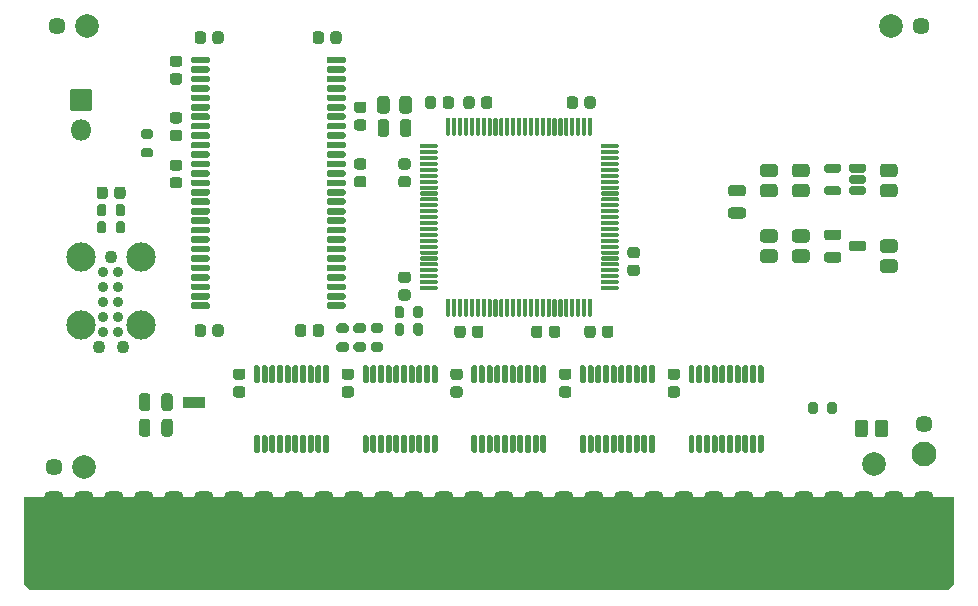
<source format=gts>
G04 #@! TF.GenerationSoftware,KiCad,Pcbnew,(5.1.10-1-10_14)*
G04 #@! TF.CreationDate,2021-06-01T04:21:50-04:00*
G04 #@! TF.ProjectId,RAM2E,52414d32-452e-46b6-9963-61645f706362,2.0*
G04 #@! TF.SameCoordinates,Original*
G04 #@! TF.FileFunction,Soldermask,Top*
G04 #@! TF.FilePolarity,Negative*
%FSLAX46Y46*%
G04 Gerber Fmt 4.6, Leading zero omitted, Abs format (unit mm)*
G04 Created by KiCad (PCBNEW (5.1.10-1-10_14)) date 2021-06-01 04:21:50*
%MOMM*%
%LPD*%
G01*
G04 APERTURE LIST*
%ADD10C,0.076200*%
%ADD11C,0.100000*%
%ADD12C,1.090600*%
%ADD13C,0.887400*%
%ADD14C,2.474900*%
%ADD15O,1.800000X1.800000*%
%ADD16C,2.000000*%
%ADD17C,2.100000*%
%ADD18C,1.448000*%
G04 APERTURE END LIST*
D10*
G36*
X213360000Y-124460000D02*
G01*
X211582000Y-124460000D01*
X211582000Y-123571000D01*
X213360000Y-123571000D01*
X213360000Y-124460000D01*
G37*
X213360000Y-124460000D02*
X211582000Y-124460000D01*
X211582000Y-123571000D01*
X213360000Y-123571000D01*
X213360000Y-124460000D01*
D11*
G36*
X276860000Y-139446000D02*
G01*
X276352000Y-139954000D01*
X198628000Y-139954000D01*
X198120000Y-139446000D01*
X198120000Y-132080000D01*
X276860000Y-132080000D01*
X276860000Y-139446000D01*
G37*
D10*
G36*
X213360000Y-124460000D02*
G01*
X211582000Y-124460000D01*
X211582000Y-123571000D01*
X213360000Y-123571000D01*
X213360000Y-124460000D01*
G37*
X213360000Y-124460000D02*
X211582000Y-124460000D01*
X211582000Y-123571000D01*
X213360000Y-123571000D01*
X213360000Y-124460000D01*
D11*
G36*
X276860000Y-139446000D02*
G01*
X276352000Y-139954000D01*
X198628000Y-139954000D01*
X198120000Y-139446000D01*
X198120000Y-132080000D01*
X276860000Y-132080000D01*
X276860000Y-139446000D01*
G37*
G36*
G01*
X229100000Y-98368750D02*
X229100000Y-99331250D01*
G75*
G02*
X228831250Y-99600000I-268750J0D01*
G01*
X228293750Y-99600000D01*
G75*
G02*
X228025000Y-99331250I0J268750D01*
G01*
X228025000Y-98368750D01*
G75*
G02*
X228293750Y-98100000I268750J0D01*
G01*
X228831250Y-98100000D01*
G75*
G02*
X229100000Y-98368750I0J-268750D01*
G01*
G37*
G36*
G01*
X230975000Y-98368750D02*
X230975000Y-99331250D01*
G75*
G02*
X230706250Y-99600000I-268750J0D01*
G01*
X230168750Y-99600000D01*
G75*
G02*
X229900000Y-99331250I0J268750D01*
G01*
X229900000Y-98368750D01*
G75*
G02*
X230168750Y-98100000I268750J0D01*
G01*
X230706250Y-98100000D01*
G75*
G02*
X230975000Y-98368750I0J-268750D01*
G01*
G37*
G36*
G01*
X229975000Y-101312500D02*
X229975000Y-100287500D01*
G75*
G02*
X230212500Y-100050000I237500J0D01*
G01*
X230687500Y-100050000D01*
G75*
G02*
X230925000Y-100287500I0J-237500D01*
G01*
X230925000Y-101312500D01*
G75*
G02*
X230687500Y-101550000I-237500J0D01*
G01*
X230212500Y-101550000D01*
G75*
G02*
X229975000Y-101312500I0J237500D01*
G01*
G37*
G36*
G01*
X228075000Y-101312500D02*
X228075000Y-100287500D01*
G75*
G02*
X228312500Y-100050000I237500J0D01*
G01*
X228787500Y-100050000D01*
G75*
G02*
X229025000Y-100287500I0J-237500D01*
G01*
X229025000Y-101312500D01*
G75*
G02*
X228787500Y-101550000I-237500J0D01*
G01*
X228312500Y-101550000D01*
G75*
G02*
X228075000Y-101312500I0J237500D01*
G01*
G37*
G36*
G01*
X227675000Y-117350000D02*
X228325000Y-117350000D01*
G75*
G02*
X228525000Y-117550000I0J-200000D01*
G01*
X228525000Y-117950000D01*
G75*
G02*
X228325000Y-118150000I-200000J0D01*
G01*
X227675000Y-118150000D01*
G75*
G02*
X227475000Y-117950000I0J200000D01*
G01*
X227475000Y-117550000D01*
G75*
G02*
X227675000Y-117350000I200000J0D01*
G01*
G37*
G36*
G01*
X227675000Y-118950000D02*
X228325000Y-118950000D01*
G75*
G02*
X228525000Y-119150000I0J-200000D01*
G01*
X228525000Y-119550000D01*
G75*
G02*
X228325000Y-119750000I-200000J0D01*
G01*
X227675000Y-119750000D01*
G75*
G02*
X227475000Y-119550000I0J200000D01*
G01*
X227475000Y-119150000D01*
G75*
G02*
X227675000Y-118950000I200000J0D01*
G01*
G37*
G36*
G01*
X226225000Y-118950000D02*
X226875000Y-118950000D01*
G75*
G02*
X227075000Y-119150000I0J-200000D01*
G01*
X227075000Y-119550000D01*
G75*
G02*
X226875000Y-119750000I-200000J0D01*
G01*
X226225000Y-119750000D01*
G75*
G02*
X226025000Y-119550000I0J200000D01*
G01*
X226025000Y-119150000D01*
G75*
G02*
X226225000Y-118950000I200000J0D01*
G01*
G37*
G36*
G01*
X226225000Y-117350000D02*
X226875000Y-117350000D01*
G75*
G02*
X227075000Y-117550000I0J-200000D01*
G01*
X227075000Y-117950000D01*
G75*
G02*
X226875000Y-118150000I-200000J0D01*
G01*
X226225000Y-118150000D01*
G75*
G02*
X226025000Y-117950000I0J200000D01*
G01*
X226025000Y-117550000D01*
G75*
G02*
X226225000Y-117350000I200000J0D01*
G01*
G37*
G36*
G01*
X208875000Y-101700000D02*
X208225000Y-101700000D01*
G75*
G02*
X208025000Y-101500000I0J200000D01*
G01*
X208025000Y-101100000D01*
G75*
G02*
X208225000Y-100900000I200000J0D01*
G01*
X208875000Y-100900000D01*
G75*
G02*
X209075000Y-101100000I0J-200000D01*
G01*
X209075000Y-101500000D01*
G75*
G02*
X208875000Y-101700000I-200000J0D01*
G01*
G37*
G36*
G01*
X208875000Y-103300000D02*
X208225000Y-103300000D01*
G75*
G02*
X208025000Y-103100000I0J200000D01*
G01*
X208025000Y-102700000D01*
G75*
G02*
X208225000Y-102500000I200000J0D01*
G01*
X208875000Y-102500000D01*
G75*
G02*
X209075000Y-102700000I0J-200000D01*
G01*
X209075000Y-103100000D01*
G75*
G02*
X208875000Y-103300000I-200000J0D01*
G01*
G37*
G36*
G01*
X231100000Y-116725000D02*
X231100000Y-116075000D01*
G75*
G02*
X231300000Y-115875000I200000J0D01*
G01*
X231700000Y-115875000D01*
G75*
G02*
X231900000Y-116075000I0J-200000D01*
G01*
X231900000Y-116725000D01*
G75*
G02*
X231700000Y-116925000I-200000J0D01*
G01*
X231300000Y-116925000D01*
G75*
G02*
X231100000Y-116725000I0J200000D01*
G01*
G37*
G36*
G01*
X229500000Y-116725000D02*
X229500000Y-116075000D01*
G75*
G02*
X229700000Y-115875000I200000J0D01*
G01*
X230100000Y-115875000D01*
G75*
G02*
X230300000Y-116075000I0J-200000D01*
G01*
X230300000Y-116725000D01*
G75*
G02*
X230100000Y-116925000I-200000J0D01*
G01*
X229700000Y-116925000D01*
G75*
G02*
X229500000Y-116725000I0J200000D01*
G01*
G37*
G36*
G01*
X229500000Y-118175000D02*
X229500000Y-117525000D01*
G75*
G02*
X229700000Y-117325000I200000J0D01*
G01*
X230100000Y-117325000D01*
G75*
G02*
X230300000Y-117525000I0J-200000D01*
G01*
X230300000Y-118175000D01*
G75*
G02*
X230100000Y-118375000I-200000J0D01*
G01*
X229700000Y-118375000D01*
G75*
G02*
X229500000Y-118175000I0J200000D01*
G01*
G37*
G36*
G01*
X231100000Y-118175000D02*
X231100000Y-117525000D01*
G75*
G02*
X231300000Y-117325000I200000J0D01*
G01*
X231700000Y-117325000D01*
G75*
G02*
X231900000Y-117525000I0J-200000D01*
G01*
X231900000Y-118175000D01*
G75*
G02*
X231700000Y-118375000I-200000J0D01*
G01*
X231300000Y-118375000D01*
G75*
G02*
X231100000Y-118175000I0J200000D01*
G01*
G37*
G36*
G01*
X205100000Y-108875000D02*
X205100000Y-109525000D01*
G75*
G02*
X204900000Y-109725000I-200000J0D01*
G01*
X204500000Y-109725000D01*
G75*
G02*
X204300000Y-109525000I0J200000D01*
G01*
X204300000Y-108875000D01*
G75*
G02*
X204500000Y-108675000I200000J0D01*
G01*
X204900000Y-108675000D01*
G75*
G02*
X205100000Y-108875000I0J-200000D01*
G01*
G37*
G36*
G01*
X206700000Y-108875000D02*
X206700000Y-109525000D01*
G75*
G02*
X206500000Y-109725000I-200000J0D01*
G01*
X206100000Y-109725000D01*
G75*
G02*
X205900000Y-109525000I0J200000D01*
G01*
X205900000Y-108875000D01*
G75*
G02*
X206100000Y-108675000I200000J0D01*
G01*
X206500000Y-108675000D01*
G75*
G02*
X206700000Y-108875000I0J-200000D01*
G01*
G37*
G36*
G01*
X248474000Y-114263000D02*
X248474000Y-114437000D01*
G75*
G02*
X248387000Y-114524000I-87000J0D01*
G01*
X247038000Y-114524000D01*
G75*
G02*
X246951000Y-114437000I0J87000D01*
G01*
X246951000Y-114263000D01*
G75*
G02*
X247038000Y-114176000I87000J0D01*
G01*
X248387000Y-114176000D01*
G75*
G02*
X248474000Y-114263000I0J-87000D01*
G01*
G37*
G36*
G01*
X248474000Y-113763000D02*
X248474000Y-113937000D01*
G75*
G02*
X248387000Y-114024000I-87000J0D01*
G01*
X247038000Y-114024000D01*
G75*
G02*
X246951000Y-113937000I0J87000D01*
G01*
X246951000Y-113763000D01*
G75*
G02*
X247038000Y-113676000I87000J0D01*
G01*
X248387000Y-113676000D01*
G75*
G02*
X248474000Y-113763000I0J-87000D01*
G01*
G37*
G36*
G01*
X248474000Y-113263000D02*
X248474000Y-113437000D01*
G75*
G02*
X248387000Y-113524000I-87000J0D01*
G01*
X247038000Y-113524000D01*
G75*
G02*
X246951000Y-113437000I0J87000D01*
G01*
X246951000Y-113263000D01*
G75*
G02*
X247038000Y-113176000I87000J0D01*
G01*
X248387000Y-113176000D01*
G75*
G02*
X248474000Y-113263000I0J-87000D01*
G01*
G37*
G36*
G01*
X248474000Y-112763000D02*
X248474000Y-112937000D01*
G75*
G02*
X248387000Y-113024000I-87000J0D01*
G01*
X247038000Y-113024000D01*
G75*
G02*
X246951000Y-112937000I0J87000D01*
G01*
X246951000Y-112763000D01*
G75*
G02*
X247038000Y-112676000I87000J0D01*
G01*
X248387000Y-112676000D01*
G75*
G02*
X248474000Y-112763000I0J-87000D01*
G01*
G37*
G36*
G01*
X248474000Y-112263000D02*
X248474000Y-112437000D01*
G75*
G02*
X248387000Y-112524000I-87000J0D01*
G01*
X247038000Y-112524000D01*
G75*
G02*
X246951000Y-112437000I0J87000D01*
G01*
X246951000Y-112263000D01*
G75*
G02*
X247038000Y-112176000I87000J0D01*
G01*
X248387000Y-112176000D01*
G75*
G02*
X248474000Y-112263000I0J-87000D01*
G01*
G37*
G36*
G01*
X248474000Y-111763000D02*
X248474000Y-111937000D01*
G75*
G02*
X248387000Y-112024000I-87000J0D01*
G01*
X247038000Y-112024000D01*
G75*
G02*
X246951000Y-111937000I0J87000D01*
G01*
X246951000Y-111763000D01*
G75*
G02*
X247038000Y-111676000I87000J0D01*
G01*
X248387000Y-111676000D01*
G75*
G02*
X248474000Y-111763000I0J-87000D01*
G01*
G37*
G36*
G01*
X248474000Y-111263000D02*
X248474000Y-111437000D01*
G75*
G02*
X248387000Y-111524000I-87000J0D01*
G01*
X247038000Y-111524000D01*
G75*
G02*
X246951000Y-111437000I0J87000D01*
G01*
X246951000Y-111263000D01*
G75*
G02*
X247038000Y-111176000I87000J0D01*
G01*
X248387000Y-111176000D01*
G75*
G02*
X248474000Y-111263000I0J-87000D01*
G01*
G37*
G36*
G01*
X248474000Y-110763000D02*
X248474000Y-110937000D01*
G75*
G02*
X248387000Y-111024000I-87000J0D01*
G01*
X247038000Y-111024000D01*
G75*
G02*
X246951000Y-110937000I0J87000D01*
G01*
X246951000Y-110763000D01*
G75*
G02*
X247038000Y-110676000I87000J0D01*
G01*
X248387000Y-110676000D01*
G75*
G02*
X248474000Y-110763000I0J-87000D01*
G01*
G37*
G36*
G01*
X248474000Y-110263000D02*
X248474000Y-110437000D01*
G75*
G02*
X248387000Y-110524000I-87000J0D01*
G01*
X247038000Y-110524000D01*
G75*
G02*
X246951000Y-110437000I0J87000D01*
G01*
X246951000Y-110263000D01*
G75*
G02*
X247038000Y-110176000I87000J0D01*
G01*
X248387000Y-110176000D01*
G75*
G02*
X248474000Y-110263000I0J-87000D01*
G01*
G37*
G36*
G01*
X248474000Y-109763000D02*
X248474000Y-109937000D01*
G75*
G02*
X248387000Y-110024000I-87000J0D01*
G01*
X247038000Y-110024000D01*
G75*
G02*
X246951000Y-109937000I0J87000D01*
G01*
X246951000Y-109763000D01*
G75*
G02*
X247038000Y-109676000I87000J0D01*
G01*
X248387000Y-109676000D01*
G75*
G02*
X248474000Y-109763000I0J-87000D01*
G01*
G37*
G36*
G01*
X248474000Y-109263000D02*
X248474000Y-109437000D01*
G75*
G02*
X248387000Y-109524000I-87000J0D01*
G01*
X247038000Y-109524000D01*
G75*
G02*
X246951000Y-109437000I0J87000D01*
G01*
X246951000Y-109263000D01*
G75*
G02*
X247038000Y-109176000I87000J0D01*
G01*
X248387000Y-109176000D01*
G75*
G02*
X248474000Y-109263000I0J-87000D01*
G01*
G37*
G36*
G01*
X248474000Y-108763000D02*
X248474000Y-108937000D01*
G75*
G02*
X248387000Y-109024000I-87000J0D01*
G01*
X247038000Y-109024000D01*
G75*
G02*
X246951000Y-108937000I0J87000D01*
G01*
X246951000Y-108763000D01*
G75*
G02*
X247038000Y-108676000I87000J0D01*
G01*
X248387000Y-108676000D01*
G75*
G02*
X248474000Y-108763000I0J-87000D01*
G01*
G37*
G36*
G01*
X248474000Y-108263000D02*
X248474000Y-108437000D01*
G75*
G02*
X248387000Y-108524000I-87000J0D01*
G01*
X247038000Y-108524000D01*
G75*
G02*
X246951000Y-108437000I0J87000D01*
G01*
X246951000Y-108263000D01*
G75*
G02*
X247038000Y-108176000I87000J0D01*
G01*
X248387000Y-108176000D01*
G75*
G02*
X248474000Y-108263000I0J-87000D01*
G01*
G37*
G36*
G01*
X248474000Y-107763000D02*
X248474000Y-107937000D01*
G75*
G02*
X248387000Y-108024000I-87000J0D01*
G01*
X247038000Y-108024000D01*
G75*
G02*
X246951000Y-107937000I0J87000D01*
G01*
X246951000Y-107763000D01*
G75*
G02*
X247038000Y-107676000I87000J0D01*
G01*
X248387000Y-107676000D01*
G75*
G02*
X248474000Y-107763000I0J-87000D01*
G01*
G37*
G36*
G01*
X248474000Y-107263000D02*
X248474000Y-107437000D01*
G75*
G02*
X248387000Y-107524000I-87000J0D01*
G01*
X247038000Y-107524000D01*
G75*
G02*
X246951000Y-107437000I0J87000D01*
G01*
X246951000Y-107263000D01*
G75*
G02*
X247038000Y-107176000I87000J0D01*
G01*
X248387000Y-107176000D01*
G75*
G02*
X248474000Y-107263000I0J-87000D01*
G01*
G37*
G36*
G01*
X248474000Y-106763000D02*
X248474000Y-106937000D01*
G75*
G02*
X248387000Y-107024000I-87000J0D01*
G01*
X247038000Y-107024000D01*
G75*
G02*
X246951000Y-106937000I0J87000D01*
G01*
X246951000Y-106763000D01*
G75*
G02*
X247038000Y-106676000I87000J0D01*
G01*
X248387000Y-106676000D01*
G75*
G02*
X248474000Y-106763000I0J-87000D01*
G01*
G37*
G36*
G01*
X248474000Y-106263000D02*
X248474000Y-106437000D01*
G75*
G02*
X248387000Y-106524000I-87000J0D01*
G01*
X247038000Y-106524000D01*
G75*
G02*
X246951000Y-106437000I0J87000D01*
G01*
X246951000Y-106263000D01*
G75*
G02*
X247038000Y-106176000I87000J0D01*
G01*
X248387000Y-106176000D01*
G75*
G02*
X248474000Y-106263000I0J-87000D01*
G01*
G37*
G36*
G01*
X248474000Y-105763000D02*
X248474000Y-105937000D01*
G75*
G02*
X248387000Y-106024000I-87000J0D01*
G01*
X247038000Y-106024000D01*
G75*
G02*
X246951000Y-105937000I0J87000D01*
G01*
X246951000Y-105763000D01*
G75*
G02*
X247038000Y-105676000I87000J0D01*
G01*
X248387000Y-105676000D01*
G75*
G02*
X248474000Y-105763000I0J-87000D01*
G01*
G37*
G36*
G01*
X248474000Y-105263000D02*
X248474000Y-105437000D01*
G75*
G02*
X248387000Y-105524000I-87000J0D01*
G01*
X247038000Y-105524000D01*
G75*
G02*
X246951000Y-105437000I0J87000D01*
G01*
X246951000Y-105263000D01*
G75*
G02*
X247038000Y-105176000I87000J0D01*
G01*
X248387000Y-105176000D01*
G75*
G02*
X248474000Y-105263000I0J-87000D01*
G01*
G37*
G36*
G01*
X248474000Y-104763000D02*
X248474000Y-104937000D01*
G75*
G02*
X248387000Y-105024000I-87000J0D01*
G01*
X247038000Y-105024000D01*
G75*
G02*
X246951000Y-104937000I0J87000D01*
G01*
X246951000Y-104763000D01*
G75*
G02*
X247038000Y-104676000I87000J0D01*
G01*
X248387000Y-104676000D01*
G75*
G02*
X248474000Y-104763000I0J-87000D01*
G01*
G37*
G36*
G01*
X248474000Y-104263000D02*
X248474000Y-104437000D01*
G75*
G02*
X248387000Y-104524000I-87000J0D01*
G01*
X247038000Y-104524000D01*
G75*
G02*
X246951000Y-104437000I0J87000D01*
G01*
X246951000Y-104263000D01*
G75*
G02*
X247038000Y-104176000I87000J0D01*
G01*
X248387000Y-104176000D01*
G75*
G02*
X248474000Y-104263000I0J-87000D01*
G01*
G37*
G36*
G01*
X248474000Y-103763000D02*
X248474000Y-103937000D01*
G75*
G02*
X248387000Y-104024000I-87000J0D01*
G01*
X247038000Y-104024000D01*
G75*
G02*
X246951000Y-103937000I0J87000D01*
G01*
X246951000Y-103763000D01*
G75*
G02*
X247038000Y-103676000I87000J0D01*
G01*
X248387000Y-103676000D01*
G75*
G02*
X248474000Y-103763000I0J-87000D01*
G01*
G37*
G36*
G01*
X248474000Y-103263000D02*
X248474000Y-103437000D01*
G75*
G02*
X248387000Y-103524000I-87000J0D01*
G01*
X247038000Y-103524000D01*
G75*
G02*
X246951000Y-103437000I0J87000D01*
G01*
X246951000Y-103263000D01*
G75*
G02*
X247038000Y-103176000I87000J0D01*
G01*
X248387000Y-103176000D01*
G75*
G02*
X248474000Y-103263000I0J-87000D01*
G01*
G37*
G36*
G01*
X248474000Y-102763000D02*
X248474000Y-102937000D01*
G75*
G02*
X248387000Y-103024000I-87000J0D01*
G01*
X247038000Y-103024000D01*
G75*
G02*
X246951000Y-102937000I0J87000D01*
G01*
X246951000Y-102763000D01*
G75*
G02*
X247038000Y-102676000I87000J0D01*
G01*
X248387000Y-102676000D01*
G75*
G02*
X248474000Y-102763000I0J-87000D01*
G01*
G37*
G36*
G01*
X248474000Y-102263000D02*
X248474000Y-102437000D01*
G75*
G02*
X248387000Y-102524000I-87000J0D01*
G01*
X247038000Y-102524000D01*
G75*
G02*
X246951000Y-102437000I0J87000D01*
G01*
X246951000Y-102263000D01*
G75*
G02*
X247038000Y-102176000I87000J0D01*
G01*
X248387000Y-102176000D01*
G75*
G02*
X248474000Y-102263000I0J-87000D01*
G01*
G37*
G36*
G01*
X246224000Y-100013000D02*
X246224000Y-101362000D01*
G75*
G02*
X246137000Y-101449000I-87000J0D01*
G01*
X245963000Y-101449000D01*
G75*
G02*
X245876000Y-101362000I0J87000D01*
G01*
X245876000Y-100013000D01*
G75*
G02*
X245963000Y-99926000I87000J0D01*
G01*
X246137000Y-99926000D01*
G75*
G02*
X246224000Y-100013000I0J-87000D01*
G01*
G37*
G36*
G01*
X245724000Y-100013000D02*
X245724000Y-101362000D01*
G75*
G02*
X245637000Y-101449000I-87000J0D01*
G01*
X245463000Y-101449000D01*
G75*
G02*
X245376000Y-101362000I0J87000D01*
G01*
X245376000Y-100013000D01*
G75*
G02*
X245463000Y-99926000I87000J0D01*
G01*
X245637000Y-99926000D01*
G75*
G02*
X245724000Y-100013000I0J-87000D01*
G01*
G37*
G36*
G01*
X245224000Y-100013000D02*
X245224000Y-101362000D01*
G75*
G02*
X245137000Y-101449000I-87000J0D01*
G01*
X244963000Y-101449000D01*
G75*
G02*
X244876000Y-101362000I0J87000D01*
G01*
X244876000Y-100013000D01*
G75*
G02*
X244963000Y-99926000I87000J0D01*
G01*
X245137000Y-99926000D01*
G75*
G02*
X245224000Y-100013000I0J-87000D01*
G01*
G37*
G36*
G01*
X244724000Y-100013000D02*
X244724000Y-101362000D01*
G75*
G02*
X244637000Y-101449000I-87000J0D01*
G01*
X244463000Y-101449000D01*
G75*
G02*
X244376000Y-101362000I0J87000D01*
G01*
X244376000Y-100013000D01*
G75*
G02*
X244463000Y-99926000I87000J0D01*
G01*
X244637000Y-99926000D01*
G75*
G02*
X244724000Y-100013000I0J-87000D01*
G01*
G37*
G36*
G01*
X244224000Y-100013000D02*
X244224000Y-101362000D01*
G75*
G02*
X244137000Y-101449000I-87000J0D01*
G01*
X243963000Y-101449000D01*
G75*
G02*
X243876000Y-101362000I0J87000D01*
G01*
X243876000Y-100013000D01*
G75*
G02*
X243963000Y-99926000I87000J0D01*
G01*
X244137000Y-99926000D01*
G75*
G02*
X244224000Y-100013000I0J-87000D01*
G01*
G37*
G36*
G01*
X243724000Y-100013000D02*
X243724000Y-101362000D01*
G75*
G02*
X243637000Y-101449000I-87000J0D01*
G01*
X243463000Y-101449000D01*
G75*
G02*
X243376000Y-101362000I0J87000D01*
G01*
X243376000Y-100013000D01*
G75*
G02*
X243463000Y-99926000I87000J0D01*
G01*
X243637000Y-99926000D01*
G75*
G02*
X243724000Y-100013000I0J-87000D01*
G01*
G37*
G36*
G01*
X243224000Y-100013000D02*
X243224000Y-101362000D01*
G75*
G02*
X243137000Y-101449000I-87000J0D01*
G01*
X242963000Y-101449000D01*
G75*
G02*
X242876000Y-101362000I0J87000D01*
G01*
X242876000Y-100013000D01*
G75*
G02*
X242963000Y-99926000I87000J0D01*
G01*
X243137000Y-99926000D01*
G75*
G02*
X243224000Y-100013000I0J-87000D01*
G01*
G37*
G36*
G01*
X242724000Y-100013000D02*
X242724000Y-101362000D01*
G75*
G02*
X242637000Y-101449000I-87000J0D01*
G01*
X242463000Y-101449000D01*
G75*
G02*
X242376000Y-101362000I0J87000D01*
G01*
X242376000Y-100013000D01*
G75*
G02*
X242463000Y-99926000I87000J0D01*
G01*
X242637000Y-99926000D01*
G75*
G02*
X242724000Y-100013000I0J-87000D01*
G01*
G37*
G36*
G01*
X242224000Y-100013000D02*
X242224000Y-101362000D01*
G75*
G02*
X242137000Y-101449000I-87000J0D01*
G01*
X241963000Y-101449000D01*
G75*
G02*
X241876000Y-101362000I0J87000D01*
G01*
X241876000Y-100013000D01*
G75*
G02*
X241963000Y-99926000I87000J0D01*
G01*
X242137000Y-99926000D01*
G75*
G02*
X242224000Y-100013000I0J-87000D01*
G01*
G37*
G36*
G01*
X241724000Y-100013000D02*
X241724000Y-101362000D01*
G75*
G02*
X241637000Y-101449000I-87000J0D01*
G01*
X241463000Y-101449000D01*
G75*
G02*
X241376000Y-101362000I0J87000D01*
G01*
X241376000Y-100013000D01*
G75*
G02*
X241463000Y-99926000I87000J0D01*
G01*
X241637000Y-99926000D01*
G75*
G02*
X241724000Y-100013000I0J-87000D01*
G01*
G37*
G36*
G01*
X241224000Y-100013000D02*
X241224000Y-101362000D01*
G75*
G02*
X241137000Y-101449000I-87000J0D01*
G01*
X240963000Y-101449000D01*
G75*
G02*
X240876000Y-101362000I0J87000D01*
G01*
X240876000Y-100013000D01*
G75*
G02*
X240963000Y-99926000I87000J0D01*
G01*
X241137000Y-99926000D01*
G75*
G02*
X241224000Y-100013000I0J-87000D01*
G01*
G37*
G36*
G01*
X240724000Y-100013000D02*
X240724000Y-101362000D01*
G75*
G02*
X240637000Y-101449000I-87000J0D01*
G01*
X240463000Y-101449000D01*
G75*
G02*
X240376000Y-101362000I0J87000D01*
G01*
X240376000Y-100013000D01*
G75*
G02*
X240463000Y-99926000I87000J0D01*
G01*
X240637000Y-99926000D01*
G75*
G02*
X240724000Y-100013000I0J-87000D01*
G01*
G37*
G36*
G01*
X240224000Y-100013000D02*
X240224000Y-101362000D01*
G75*
G02*
X240137000Y-101449000I-87000J0D01*
G01*
X239963000Y-101449000D01*
G75*
G02*
X239876000Y-101362000I0J87000D01*
G01*
X239876000Y-100013000D01*
G75*
G02*
X239963000Y-99926000I87000J0D01*
G01*
X240137000Y-99926000D01*
G75*
G02*
X240224000Y-100013000I0J-87000D01*
G01*
G37*
G36*
G01*
X239724000Y-100013000D02*
X239724000Y-101362000D01*
G75*
G02*
X239637000Y-101449000I-87000J0D01*
G01*
X239463000Y-101449000D01*
G75*
G02*
X239376000Y-101362000I0J87000D01*
G01*
X239376000Y-100013000D01*
G75*
G02*
X239463000Y-99926000I87000J0D01*
G01*
X239637000Y-99926000D01*
G75*
G02*
X239724000Y-100013000I0J-87000D01*
G01*
G37*
G36*
G01*
X239224000Y-100013000D02*
X239224000Y-101362000D01*
G75*
G02*
X239137000Y-101449000I-87000J0D01*
G01*
X238963000Y-101449000D01*
G75*
G02*
X238876000Y-101362000I0J87000D01*
G01*
X238876000Y-100013000D01*
G75*
G02*
X238963000Y-99926000I87000J0D01*
G01*
X239137000Y-99926000D01*
G75*
G02*
X239224000Y-100013000I0J-87000D01*
G01*
G37*
G36*
G01*
X238724000Y-100013000D02*
X238724000Y-101362000D01*
G75*
G02*
X238637000Y-101449000I-87000J0D01*
G01*
X238463000Y-101449000D01*
G75*
G02*
X238376000Y-101362000I0J87000D01*
G01*
X238376000Y-100013000D01*
G75*
G02*
X238463000Y-99926000I87000J0D01*
G01*
X238637000Y-99926000D01*
G75*
G02*
X238724000Y-100013000I0J-87000D01*
G01*
G37*
G36*
G01*
X238224000Y-100013000D02*
X238224000Y-101362000D01*
G75*
G02*
X238137000Y-101449000I-87000J0D01*
G01*
X237963000Y-101449000D01*
G75*
G02*
X237876000Y-101362000I0J87000D01*
G01*
X237876000Y-100013000D01*
G75*
G02*
X237963000Y-99926000I87000J0D01*
G01*
X238137000Y-99926000D01*
G75*
G02*
X238224000Y-100013000I0J-87000D01*
G01*
G37*
G36*
G01*
X237724000Y-100013000D02*
X237724000Y-101362000D01*
G75*
G02*
X237637000Y-101449000I-87000J0D01*
G01*
X237463000Y-101449000D01*
G75*
G02*
X237376000Y-101362000I0J87000D01*
G01*
X237376000Y-100013000D01*
G75*
G02*
X237463000Y-99926000I87000J0D01*
G01*
X237637000Y-99926000D01*
G75*
G02*
X237724000Y-100013000I0J-87000D01*
G01*
G37*
G36*
G01*
X237224000Y-100013000D02*
X237224000Y-101362000D01*
G75*
G02*
X237137000Y-101449000I-87000J0D01*
G01*
X236963000Y-101449000D01*
G75*
G02*
X236876000Y-101362000I0J87000D01*
G01*
X236876000Y-100013000D01*
G75*
G02*
X236963000Y-99926000I87000J0D01*
G01*
X237137000Y-99926000D01*
G75*
G02*
X237224000Y-100013000I0J-87000D01*
G01*
G37*
G36*
G01*
X236724000Y-100013000D02*
X236724000Y-101362000D01*
G75*
G02*
X236637000Y-101449000I-87000J0D01*
G01*
X236463000Y-101449000D01*
G75*
G02*
X236376000Y-101362000I0J87000D01*
G01*
X236376000Y-100013000D01*
G75*
G02*
X236463000Y-99926000I87000J0D01*
G01*
X236637000Y-99926000D01*
G75*
G02*
X236724000Y-100013000I0J-87000D01*
G01*
G37*
G36*
G01*
X236224000Y-100013000D02*
X236224000Y-101362000D01*
G75*
G02*
X236137000Y-101449000I-87000J0D01*
G01*
X235963000Y-101449000D01*
G75*
G02*
X235876000Y-101362000I0J87000D01*
G01*
X235876000Y-100013000D01*
G75*
G02*
X235963000Y-99926000I87000J0D01*
G01*
X236137000Y-99926000D01*
G75*
G02*
X236224000Y-100013000I0J-87000D01*
G01*
G37*
G36*
G01*
X235724000Y-100013000D02*
X235724000Y-101362000D01*
G75*
G02*
X235637000Y-101449000I-87000J0D01*
G01*
X235463000Y-101449000D01*
G75*
G02*
X235376000Y-101362000I0J87000D01*
G01*
X235376000Y-100013000D01*
G75*
G02*
X235463000Y-99926000I87000J0D01*
G01*
X235637000Y-99926000D01*
G75*
G02*
X235724000Y-100013000I0J-87000D01*
G01*
G37*
G36*
G01*
X235224000Y-100013000D02*
X235224000Y-101362000D01*
G75*
G02*
X235137000Y-101449000I-87000J0D01*
G01*
X234963000Y-101449000D01*
G75*
G02*
X234876000Y-101362000I0J87000D01*
G01*
X234876000Y-100013000D01*
G75*
G02*
X234963000Y-99926000I87000J0D01*
G01*
X235137000Y-99926000D01*
G75*
G02*
X235224000Y-100013000I0J-87000D01*
G01*
G37*
G36*
G01*
X234724000Y-100013000D02*
X234724000Y-101362000D01*
G75*
G02*
X234637000Y-101449000I-87000J0D01*
G01*
X234463000Y-101449000D01*
G75*
G02*
X234376000Y-101362000I0J87000D01*
G01*
X234376000Y-100013000D01*
G75*
G02*
X234463000Y-99926000I87000J0D01*
G01*
X234637000Y-99926000D01*
G75*
G02*
X234724000Y-100013000I0J-87000D01*
G01*
G37*
G36*
G01*
X234224000Y-100013000D02*
X234224000Y-101362000D01*
G75*
G02*
X234137000Y-101449000I-87000J0D01*
G01*
X233963000Y-101449000D01*
G75*
G02*
X233876000Y-101362000I0J87000D01*
G01*
X233876000Y-100013000D01*
G75*
G02*
X233963000Y-99926000I87000J0D01*
G01*
X234137000Y-99926000D01*
G75*
G02*
X234224000Y-100013000I0J-87000D01*
G01*
G37*
G36*
G01*
X233149000Y-102263000D02*
X233149000Y-102437000D01*
G75*
G02*
X233062000Y-102524000I-87000J0D01*
G01*
X231713000Y-102524000D01*
G75*
G02*
X231626000Y-102437000I0J87000D01*
G01*
X231626000Y-102263000D01*
G75*
G02*
X231713000Y-102176000I87000J0D01*
G01*
X233062000Y-102176000D01*
G75*
G02*
X233149000Y-102263000I0J-87000D01*
G01*
G37*
G36*
G01*
X233149000Y-102763000D02*
X233149000Y-102937000D01*
G75*
G02*
X233062000Y-103024000I-87000J0D01*
G01*
X231713000Y-103024000D01*
G75*
G02*
X231626000Y-102937000I0J87000D01*
G01*
X231626000Y-102763000D01*
G75*
G02*
X231713000Y-102676000I87000J0D01*
G01*
X233062000Y-102676000D01*
G75*
G02*
X233149000Y-102763000I0J-87000D01*
G01*
G37*
G36*
G01*
X233149000Y-103263000D02*
X233149000Y-103437000D01*
G75*
G02*
X233062000Y-103524000I-87000J0D01*
G01*
X231713000Y-103524000D01*
G75*
G02*
X231626000Y-103437000I0J87000D01*
G01*
X231626000Y-103263000D01*
G75*
G02*
X231713000Y-103176000I87000J0D01*
G01*
X233062000Y-103176000D01*
G75*
G02*
X233149000Y-103263000I0J-87000D01*
G01*
G37*
G36*
G01*
X233149000Y-103763000D02*
X233149000Y-103937000D01*
G75*
G02*
X233062000Y-104024000I-87000J0D01*
G01*
X231713000Y-104024000D01*
G75*
G02*
X231626000Y-103937000I0J87000D01*
G01*
X231626000Y-103763000D01*
G75*
G02*
X231713000Y-103676000I87000J0D01*
G01*
X233062000Y-103676000D01*
G75*
G02*
X233149000Y-103763000I0J-87000D01*
G01*
G37*
G36*
G01*
X233149000Y-104263000D02*
X233149000Y-104437000D01*
G75*
G02*
X233062000Y-104524000I-87000J0D01*
G01*
X231713000Y-104524000D01*
G75*
G02*
X231626000Y-104437000I0J87000D01*
G01*
X231626000Y-104263000D01*
G75*
G02*
X231713000Y-104176000I87000J0D01*
G01*
X233062000Y-104176000D01*
G75*
G02*
X233149000Y-104263000I0J-87000D01*
G01*
G37*
G36*
G01*
X233149000Y-104763000D02*
X233149000Y-104937000D01*
G75*
G02*
X233062000Y-105024000I-87000J0D01*
G01*
X231713000Y-105024000D01*
G75*
G02*
X231626000Y-104937000I0J87000D01*
G01*
X231626000Y-104763000D01*
G75*
G02*
X231713000Y-104676000I87000J0D01*
G01*
X233062000Y-104676000D01*
G75*
G02*
X233149000Y-104763000I0J-87000D01*
G01*
G37*
G36*
G01*
X233149000Y-105263000D02*
X233149000Y-105437000D01*
G75*
G02*
X233062000Y-105524000I-87000J0D01*
G01*
X231713000Y-105524000D01*
G75*
G02*
X231626000Y-105437000I0J87000D01*
G01*
X231626000Y-105263000D01*
G75*
G02*
X231713000Y-105176000I87000J0D01*
G01*
X233062000Y-105176000D01*
G75*
G02*
X233149000Y-105263000I0J-87000D01*
G01*
G37*
G36*
G01*
X233149000Y-105763000D02*
X233149000Y-105937000D01*
G75*
G02*
X233062000Y-106024000I-87000J0D01*
G01*
X231713000Y-106024000D01*
G75*
G02*
X231626000Y-105937000I0J87000D01*
G01*
X231626000Y-105763000D01*
G75*
G02*
X231713000Y-105676000I87000J0D01*
G01*
X233062000Y-105676000D01*
G75*
G02*
X233149000Y-105763000I0J-87000D01*
G01*
G37*
G36*
G01*
X233149000Y-106263000D02*
X233149000Y-106437000D01*
G75*
G02*
X233062000Y-106524000I-87000J0D01*
G01*
X231713000Y-106524000D01*
G75*
G02*
X231626000Y-106437000I0J87000D01*
G01*
X231626000Y-106263000D01*
G75*
G02*
X231713000Y-106176000I87000J0D01*
G01*
X233062000Y-106176000D01*
G75*
G02*
X233149000Y-106263000I0J-87000D01*
G01*
G37*
G36*
G01*
X233149000Y-106763000D02*
X233149000Y-106937000D01*
G75*
G02*
X233062000Y-107024000I-87000J0D01*
G01*
X231713000Y-107024000D01*
G75*
G02*
X231626000Y-106937000I0J87000D01*
G01*
X231626000Y-106763000D01*
G75*
G02*
X231713000Y-106676000I87000J0D01*
G01*
X233062000Y-106676000D01*
G75*
G02*
X233149000Y-106763000I0J-87000D01*
G01*
G37*
G36*
G01*
X233149000Y-107263000D02*
X233149000Y-107437000D01*
G75*
G02*
X233062000Y-107524000I-87000J0D01*
G01*
X231713000Y-107524000D01*
G75*
G02*
X231626000Y-107437000I0J87000D01*
G01*
X231626000Y-107263000D01*
G75*
G02*
X231713000Y-107176000I87000J0D01*
G01*
X233062000Y-107176000D01*
G75*
G02*
X233149000Y-107263000I0J-87000D01*
G01*
G37*
G36*
G01*
X233149000Y-107763000D02*
X233149000Y-107937000D01*
G75*
G02*
X233062000Y-108024000I-87000J0D01*
G01*
X231713000Y-108024000D01*
G75*
G02*
X231626000Y-107937000I0J87000D01*
G01*
X231626000Y-107763000D01*
G75*
G02*
X231713000Y-107676000I87000J0D01*
G01*
X233062000Y-107676000D01*
G75*
G02*
X233149000Y-107763000I0J-87000D01*
G01*
G37*
G36*
G01*
X233149000Y-108263000D02*
X233149000Y-108437000D01*
G75*
G02*
X233062000Y-108524000I-87000J0D01*
G01*
X231713000Y-108524000D01*
G75*
G02*
X231626000Y-108437000I0J87000D01*
G01*
X231626000Y-108263000D01*
G75*
G02*
X231713000Y-108176000I87000J0D01*
G01*
X233062000Y-108176000D01*
G75*
G02*
X233149000Y-108263000I0J-87000D01*
G01*
G37*
G36*
G01*
X233149000Y-108763000D02*
X233149000Y-108937000D01*
G75*
G02*
X233062000Y-109024000I-87000J0D01*
G01*
X231713000Y-109024000D01*
G75*
G02*
X231626000Y-108937000I0J87000D01*
G01*
X231626000Y-108763000D01*
G75*
G02*
X231713000Y-108676000I87000J0D01*
G01*
X233062000Y-108676000D01*
G75*
G02*
X233149000Y-108763000I0J-87000D01*
G01*
G37*
G36*
G01*
X233149000Y-109263000D02*
X233149000Y-109437000D01*
G75*
G02*
X233062000Y-109524000I-87000J0D01*
G01*
X231713000Y-109524000D01*
G75*
G02*
X231626000Y-109437000I0J87000D01*
G01*
X231626000Y-109263000D01*
G75*
G02*
X231713000Y-109176000I87000J0D01*
G01*
X233062000Y-109176000D01*
G75*
G02*
X233149000Y-109263000I0J-87000D01*
G01*
G37*
G36*
G01*
X233149000Y-109763000D02*
X233149000Y-109937000D01*
G75*
G02*
X233062000Y-110024000I-87000J0D01*
G01*
X231713000Y-110024000D01*
G75*
G02*
X231626000Y-109937000I0J87000D01*
G01*
X231626000Y-109763000D01*
G75*
G02*
X231713000Y-109676000I87000J0D01*
G01*
X233062000Y-109676000D01*
G75*
G02*
X233149000Y-109763000I0J-87000D01*
G01*
G37*
G36*
G01*
X233149000Y-110263000D02*
X233149000Y-110437000D01*
G75*
G02*
X233062000Y-110524000I-87000J0D01*
G01*
X231713000Y-110524000D01*
G75*
G02*
X231626000Y-110437000I0J87000D01*
G01*
X231626000Y-110263000D01*
G75*
G02*
X231713000Y-110176000I87000J0D01*
G01*
X233062000Y-110176000D01*
G75*
G02*
X233149000Y-110263000I0J-87000D01*
G01*
G37*
G36*
G01*
X233149000Y-110763000D02*
X233149000Y-110937000D01*
G75*
G02*
X233062000Y-111024000I-87000J0D01*
G01*
X231713000Y-111024000D01*
G75*
G02*
X231626000Y-110937000I0J87000D01*
G01*
X231626000Y-110763000D01*
G75*
G02*
X231713000Y-110676000I87000J0D01*
G01*
X233062000Y-110676000D01*
G75*
G02*
X233149000Y-110763000I0J-87000D01*
G01*
G37*
G36*
G01*
X233149000Y-111263000D02*
X233149000Y-111437000D01*
G75*
G02*
X233062000Y-111524000I-87000J0D01*
G01*
X231713000Y-111524000D01*
G75*
G02*
X231626000Y-111437000I0J87000D01*
G01*
X231626000Y-111263000D01*
G75*
G02*
X231713000Y-111176000I87000J0D01*
G01*
X233062000Y-111176000D01*
G75*
G02*
X233149000Y-111263000I0J-87000D01*
G01*
G37*
G36*
G01*
X233149000Y-111763000D02*
X233149000Y-111937000D01*
G75*
G02*
X233062000Y-112024000I-87000J0D01*
G01*
X231713000Y-112024000D01*
G75*
G02*
X231626000Y-111937000I0J87000D01*
G01*
X231626000Y-111763000D01*
G75*
G02*
X231713000Y-111676000I87000J0D01*
G01*
X233062000Y-111676000D01*
G75*
G02*
X233149000Y-111763000I0J-87000D01*
G01*
G37*
G36*
G01*
X233149000Y-112263000D02*
X233149000Y-112437000D01*
G75*
G02*
X233062000Y-112524000I-87000J0D01*
G01*
X231713000Y-112524000D01*
G75*
G02*
X231626000Y-112437000I0J87000D01*
G01*
X231626000Y-112263000D01*
G75*
G02*
X231713000Y-112176000I87000J0D01*
G01*
X233062000Y-112176000D01*
G75*
G02*
X233149000Y-112263000I0J-87000D01*
G01*
G37*
G36*
G01*
X233149000Y-112763000D02*
X233149000Y-112937000D01*
G75*
G02*
X233062000Y-113024000I-87000J0D01*
G01*
X231713000Y-113024000D01*
G75*
G02*
X231626000Y-112937000I0J87000D01*
G01*
X231626000Y-112763000D01*
G75*
G02*
X231713000Y-112676000I87000J0D01*
G01*
X233062000Y-112676000D01*
G75*
G02*
X233149000Y-112763000I0J-87000D01*
G01*
G37*
G36*
G01*
X233149000Y-113263000D02*
X233149000Y-113437000D01*
G75*
G02*
X233062000Y-113524000I-87000J0D01*
G01*
X231713000Y-113524000D01*
G75*
G02*
X231626000Y-113437000I0J87000D01*
G01*
X231626000Y-113263000D01*
G75*
G02*
X231713000Y-113176000I87000J0D01*
G01*
X233062000Y-113176000D01*
G75*
G02*
X233149000Y-113263000I0J-87000D01*
G01*
G37*
G36*
G01*
X233149000Y-113763000D02*
X233149000Y-113937000D01*
G75*
G02*
X233062000Y-114024000I-87000J0D01*
G01*
X231713000Y-114024000D01*
G75*
G02*
X231626000Y-113937000I0J87000D01*
G01*
X231626000Y-113763000D01*
G75*
G02*
X231713000Y-113676000I87000J0D01*
G01*
X233062000Y-113676000D01*
G75*
G02*
X233149000Y-113763000I0J-87000D01*
G01*
G37*
G36*
G01*
X233149000Y-114263000D02*
X233149000Y-114437000D01*
G75*
G02*
X233062000Y-114524000I-87000J0D01*
G01*
X231713000Y-114524000D01*
G75*
G02*
X231626000Y-114437000I0J87000D01*
G01*
X231626000Y-114263000D01*
G75*
G02*
X231713000Y-114176000I87000J0D01*
G01*
X233062000Y-114176000D01*
G75*
G02*
X233149000Y-114263000I0J-87000D01*
G01*
G37*
G36*
G01*
X234224000Y-115338000D02*
X234224000Y-116687000D01*
G75*
G02*
X234137000Y-116774000I-87000J0D01*
G01*
X233963000Y-116774000D01*
G75*
G02*
X233876000Y-116687000I0J87000D01*
G01*
X233876000Y-115338000D01*
G75*
G02*
X233963000Y-115251000I87000J0D01*
G01*
X234137000Y-115251000D01*
G75*
G02*
X234224000Y-115338000I0J-87000D01*
G01*
G37*
G36*
G01*
X234724000Y-115338000D02*
X234724000Y-116687000D01*
G75*
G02*
X234637000Y-116774000I-87000J0D01*
G01*
X234463000Y-116774000D01*
G75*
G02*
X234376000Y-116687000I0J87000D01*
G01*
X234376000Y-115338000D01*
G75*
G02*
X234463000Y-115251000I87000J0D01*
G01*
X234637000Y-115251000D01*
G75*
G02*
X234724000Y-115338000I0J-87000D01*
G01*
G37*
G36*
G01*
X235224000Y-115338000D02*
X235224000Y-116687000D01*
G75*
G02*
X235137000Y-116774000I-87000J0D01*
G01*
X234963000Y-116774000D01*
G75*
G02*
X234876000Y-116687000I0J87000D01*
G01*
X234876000Y-115338000D01*
G75*
G02*
X234963000Y-115251000I87000J0D01*
G01*
X235137000Y-115251000D01*
G75*
G02*
X235224000Y-115338000I0J-87000D01*
G01*
G37*
G36*
G01*
X235724000Y-115338000D02*
X235724000Y-116687000D01*
G75*
G02*
X235637000Y-116774000I-87000J0D01*
G01*
X235463000Y-116774000D01*
G75*
G02*
X235376000Y-116687000I0J87000D01*
G01*
X235376000Y-115338000D01*
G75*
G02*
X235463000Y-115251000I87000J0D01*
G01*
X235637000Y-115251000D01*
G75*
G02*
X235724000Y-115338000I0J-87000D01*
G01*
G37*
G36*
G01*
X236224000Y-115338000D02*
X236224000Y-116687000D01*
G75*
G02*
X236137000Y-116774000I-87000J0D01*
G01*
X235963000Y-116774000D01*
G75*
G02*
X235876000Y-116687000I0J87000D01*
G01*
X235876000Y-115338000D01*
G75*
G02*
X235963000Y-115251000I87000J0D01*
G01*
X236137000Y-115251000D01*
G75*
G02*
X236224000Y-115338000I0J-87000D01*
G01*
G37*
G36*
G01*
X236724000Y-115338000D02*
X236724000Y-116687000D01*
G75*
G02*
X236637000Y-116774000I-87000J0D01*
G01*
X236463000Y-116774000D01*
G75*
G02*
X236376000Y-116687000I0J87000D01*
G01*
X236376000Y-115338000D01*
G75*
G02*
X236463000Y-115251000I87000J0D01*
G01*
X236637000Y-115251000D01*
G75*
G02*
X236724000Y-115338000I0J-87000D01*
G01*
G37*
G36*
G01*
X237224000Y-115338000D02*
X237224000Y-116687000D01*
G75*
G02*
X237137000Y-116774000I-87000J0D01*
G01*
X236963000Y-116774000D01*
G75*
G02*
X236876000Y-116687000I0J87000D01*
G01*
X236876000Y-115338000D01*
G75*
G02*
X236963000Y-115251000I87000J0D01*
G01*
X237137000Y-115251000D01*
G75*
G02*
X237224000Y-115338000I0J-87000D01*
G01*
G37*
G36*
G01*
X237724000Y-115338000D02*
X237724000Y-116687000D01*
G75*
G02*
X237637000Y-116774000I-87000J0D01*
G01*
X237463000Y-116774000D01*
G75*
G02*
X237376000Y-116687000I0J87000D01*
G01*
X237376000Y-115338000D01*
G75*
G02*
X237463000Y-115251000I87000J0D01*
G01*
X237637000Y-115251000D01*
G75*
G02*
X237724000Y-115338000I0J-87000D01*
G01*
G37*
G36*
G01*
X238224000Y-115338000D02*
X238224000Y-116687000D01*
G75*
G02*
X238137000Y-116774000I-87000J0D01*
G01*
X237963000Y-116774000D01*
G75*
G02*
X237876000Y-116687000I0J87000D01*
G01*
X237876000Y-115338000D01*
G75*
G02*
X237963000Y-115251000I87000J0D01*
G01*
X238137000Y-115251000D01*
G75*
G02*
X238224000Y-115338000I0J-87000D01*
G01*
G37*
G36*
G01*
X238724000Y-115338000D02*
X238724000Y-116687000D01*
G75*
G02*
X238637000Y-116774000I-87000J0D01*
G01*
X238463000Y-116774000D01*
G75*
G02*
X238376000Y-116687000I0J87000D01*
G01*
X238376000Y-115338000D01*
G75*
G02*
X238463000Y-115251000I87000J0D01*
G01*
X238637000Y-115251000D01*
G75*
G02*
X238724000Y-115338000I0J-87000D01*
G01*
G37*
G36*
G01*
X239224000Y-115338000D02*
X239224000Y-116687000D01*
G75*
G02*
X239137000Y-116774000I-87000J0D01*
G01*
X238963000Y-116774000D01*
G75*
G02*
X238876000Y-116687000I0J87000D01*
G01*
X238876000Y-115338000D01*
G75*
G02*
X238963000Y-115251000I87000J0D01*
G01*
X239137000Y-115251000D01*
G75*
G02*
X239224000Y-115338000I0J-87000D01*
G01*
G37*
G36*
G01*
X239724000Y-115338000D02*
X239724000Y-116687000D01*
G75*
G02*
X239637000Y-116774000I-87000J0D01*
G01*
X239463000Y-116774000D01*
G75*
G02*
X239376000Y-116687000I0J87000D01*
G01*
X239376000Y-115338000D01*
G75*
G02*
X239463000Y-115251000I87000J0D01*
G01*
X239637000Y-115251000D01*
G75*
G02*
X239724000Y-115338000I0J-87000D01*
G01*
G37*
G36*
G01*
X240224000Y-115338000D02*
X240224000Y-116687000D01*
G75*
G02*
X240137000Y-116774000I-87000J0D01*
G01*
X239963000Y-116774000D01*
G75*
G02*
X239876000Y-116687000I0J87000D01*
G01*
X239876000Y-115338000D01*
G75*
G02*
X239963000Y-115251000I87000J0D01*
G01*
X240137000Y-115251000D01*
G75*
G02*
X240224000Y-115338000I0J-87000D01*
G01*
G37*
G36*
G01*
X240724000Y-115338000D02*
X240724000Y-116687000D01*
G75*
G02*
X240637000Y-116774000I-87000J0D01*
G01*
X240463000Y-116774000D01*
G75*
G02*
X240376000Y-116687000I0J87000D01*
G01*
X240376000Y-115338000D01*
G75*
G02*
X240463000Y-115251000I87000J0D01*
G01*
X240637000Y-115251000D01*
G75*
G02*
X240724000Y-115338000I0J-87000D01*
G01*
G37*
G36*
G01*
X241224000Y-115338000D02*
X241224000Y-116687000D01*
G75*
G02*
X241137000Y-116774000I-87000J0D01*
G01*
X240963000Y-116774000D01*
G75*
G02*
X240876000Y-116687000I0J87000D01*
G01*
X240876000Y-115338000D01*
G75*
G02*
X240963000Y-115251000I87000J0D01*
G01*
X241137000Y-115251000D01*
G75*
G02*
X241224000Y-115338000I0J-87000D01*
G01*
G37*
G36*
G01*
X241724000Y-115338000D02*
X241724000Y-116687000D01*
G75*
G02*
X241637000Y-116774000I-87000J0D01*
G01*
X241463000Y-116774000D01*
G75*
G02*
X241376000Y-116687000I0J87000D01*
G01*
X241376000Y-115338000D01*
G75*
G02*
X241463000Y-115251000I87000J0D01*
G01*
X241637000Y-115251000D01*
G75*
G02*
X241724000Y-115338000I0J-87000D01*
G01*
G37*
G36*
G01*
X242224000Y-115338000D02*
X242224000Y-116687000D01*
G75*
G02*
X242137000Y-116774000I-87000J0D01*
G01*
X241963000Y-116774000D01*
G75*
G02*
X241876000Y-116687000I0J87000D01*
G01*
X241876000Y-115338000D01*
G75*
G02*
X241963000Y-115251000I87000J0D01*
G01*
X242137000Y-115251000D01*
G75*
G02*
X242224000Y-115338000I0J-87000D01*
G01*
G37*
G36*
G01*
X242724000Y-115338000D02*
X242724000Y-116687000D01*
G75*
G02*
X242637000Y-116774000I-87000J0D01*
G01*
X242463000Y-116774000D01*
G75*
G02*
X242376000Y-116687000I0J87000D01*
G01*
X242376000Y-115338000D01*
G75*
G02*
X242463000Y-115251000I87000J0D01*
G01*
X242637000Y-115251000D01*
G75*
G02*
X242724000Y-115338000I0J-87000D01*
G01*
G37*
G36*
G01*
X243224000Y-115338000D02*
X243224000Y-116687000D01*
G75*
G02*
X243137000Y-116774000I-87000J0D01*
G01*
X242963000Y-116774000D01*
G75*
G02*
X242876000Y-116687000I0J87000D01*
G01*
X242876000Y-115338000D01*
G75*
G02*
X242963000Y-115251000I87000J0D01*
G01*
X243137000Y-115251000D01*
G75*
G02*
X243224000Y-115338000I0J-87000D01*
G01*
G37*
G36*
G01*
X243724000Y-115338000D02*
X243724000Y-116687000D01*
G75*
G02*
X243637000Y-116774000I-87000J0D01*
G01*
X243463000Y-116774000D01*
G75*
G02*
X243376000Y-116687000I0J87000D01*
G01*
X243376000Y-115338000D01*
G75*
G02*
X243463000Y-115251000I87000J0D01*
G01*
X243637000Y-115251000D01*
G75*
G02*
X243724000Y-115338000I0J-87000D01*
G01*
G37*
G36*
G01*
X244224000Y-115338000D02*
X244224000Y-116687000D01*
G75*
G02*
X244137000Y-116774000I-87000J0D01*
G01*
X243963000Y-116774000D01*
G75*
G02*
X243876000Y-116687000I0J87000D01*
G01*
X243876000Y-115338000D01*
G75*
G02*
X243963000Y-115251000I87000J0D01*
G01*
X244137000Y-115251000D01*
G75*
G02*
X244224000Y-115338000I0J-87000D01*
G01*
G37*
G36*
G01*
X244724000Y-115338000D02*
X244724000Y-116687000D01*
G75*
G02*
X244637000Y-116774000I-87000J0D01*
G01*
X244463000Y-116774000D01*
G75*
G02*
X244376000Y-116687000I0J87000D01*
G01*
X244376000Y-115338000D01*
G75*
G02*
X244463000Y-115251000I87000J0D01*
G01*
X244637000Y-115251000D01*
G75*
G02*
X244724000Y-115338000I0J-87000D01*
G01*
G37*
G36*
G01*
X245224000Y-115338000D02*
X245224000Y-116687000D01*
G75*
G02*
X245137000Y-116774000I-87000J0D01*
G01*
X244963000Y-116774000D01*
G75*
G02*
X244876000Y-116687000I0J87000D01*
G01*
X244876000Y-115338000D01*
G75*
G02*
X244963000Y-115251000I87000J0D01*
G01*
X245137000Y-115251000D01*
G75*
G02*
X245224000Y-115338000I0J-87000D01*
G01*
G37*
G36*
G01*
X245724000Y-115338000D02*
X245724000Y-116687000D01*
G75*
G02*
X245637000Y-116774000I-87000J0D01*
G01*
X245463000Y-116774000D01*
G75*
G02*
X245376000Y-116687000I0J87000D01*
G01*
X245376000Y-115338000D01*
G75*
G02*
X245463000Y-115251000I87000J0D01*
G01*
X245637000Y-115251000D01*
G75*
G02*
X245724000Y-115338000I0J-87000D01*
G01*
G37*
G36*
G01*
X246224000Y-115338000D02*
X246224000Y-116687000D01*
G75*
G02*
X246137000Y-116774000I-87000J0D01*
G01*
X245963000Y-116774000D01*
G75*
G02*
X245876000Y-116687000I0J87000D01*
G01*
X245876000Y-115338000D01*
G75*
G02*
X245963000Y-115251000I87000J0D01*
G01*
X246137000Y-115251000D01*
G75*
G02*
X246224000Y-115338000I0J-87000D01*
G01*
G37*
D12*
X206502000Y-119380000D03*
X204470000Y-119380000D03*
X205486000Y-111760000D03*
D13*
X204851000Y-113030000D03*
X204851000Y-114300000D03*
X204851000Y-115570000D03*
X204851000Y-116840000D03*
X204851000Y-118110000D03*
X206121000Y-118110000D03*
X206121000Y-116840000D03*
X206121000Y-115570000D03*
X206121000Y-114300000D03*
X206121000Y-113030000D03*
D14*
X208026000Y-111760000D03*
X202946000Y-111760000D03*
X202946000Y-117475000D03*
X208026000Y-117475000D03*
G36*
G01*
X233025000Y-98362500D02*
X233025000Y-98937500D01*
G75*
G02*
X232787500Y-99175000I-237500J0D01*
G01*
X232312500Y-99175000D01*
G75*
G02*
X232075000Y-98937500I0J237500D01*
G01*
X232075000Y-98362500D01*
G75*
G02*
X232312500Y-98125000I237500J0D01*
G01*
X232787500Y-98125000D01*
G75*
G02*
X233025000Y-98362500I0J-237500D01*
G01*
G37*
G36*
G01*
X234525000Y-98362500D02*
X234525000Y-98937500D01*
G75*
G02*
X234287500Y-99175000I-237500J0D01*
G01*
X233812500Y-99175000D01*
G75*
G02*
X233575000Y-98937500I0J237500D01*
G01*
X233575000Y-98362500D01*
G75*
G02*
X233812500Y-98125000I237500J0D01*
G01*
X234287500Y-98125000D01*
G75*
G02*
X234525000Y-98362500I0J-237500D01*
G01*
G37*
G36*
G01*
X247075000Y-118337500D02*
X247075000Y-117762500D01*
G75*
G02*
X247312500Y-117525000I237500J0D01*
G01*
X247787500Y-117525000D01*
G75*
G02*
X248025000Y-117762500I0J-237500D01*
G01*
X248025000Y-118337500D01*
G75*
G02*
X247787500Y-118575000I-237500J0D01*
G01*
X247312500Y-118575000D01*
G75*
G02*
X247075000Y-118337500I0J237500D01*
G01*
G37*
G36*
G01*
X245575000Y-118337500D02*
X245575000Y-117762500D01*
G75*
G02*
X245812500Y-117525000I237500J0D01*
G01*
X246287500Y-117525000D01*
G75*
G02*
X246525000Y-117762500I0J-237500D01*
G01*
X246525000Y-118337500D01*
G75*
G02*
X246287500Y-118575000I-237500J0D01*
G01*
X245812500Y-118575000D01*
G75*
G02*
X245575000Y-118337500I0J237500D01*
G01*
G37*
G36*
G01*
X234462500Y-122675000D02*
X235037500Y-122675000D01*
G75*
G02*
X235275000Y-122912500I0J-237500D01*
G01*
X235275000Y-123387500D01*
G75*
G02*
X235037500Y-123625000I-237500J0D01*
G01*
X234462500Y-123625000D01*
G75*
G02*
X234225000Y-123387500I0J237500D01*
G01*
X234225000Y-122912500D01*
G75*
G02*
X234462500Y-122675000I237500J0D01*
G01*
G37*
G36*
G01*
X234462500Y-121175000D02*
X235037500Y-121175000D01*
G75*
G02*
X235275000Y-121412500I0J-237500D01*
G01*
X235275000Y-121887500D01*
G75*
G02*
X235037500Y-122125000I-237500J0D01*
G01*
X234462500Y-122125000D01*
G75*
G02*
X234225000Y-121887500I0J237500D01*
G01*
X234225000Y-121412500D01*
G75*
G02*
X234462500Y-121175000I237500J0D01*
G01*
G37*
G36*
G01*
X269425000Y-105912500D02*
X269425000Y-106287500D01*
G75*
G02*
X269237500Y-106475000I-187500J0D01*
G01*
X268162500Y-106475000D01*
G75*
G02*
X267975000Y-106287500I0J187500D01*
G01*
X267975000Y-105912500D01*
G75*
G02*
X268162500Y-105725000I187500J0D01*
G01*
X269237500Y-105725000D01*
G75*
G02*
X269425000Y-105912500I0J-187500D01*
G01*
G37*
G36*
G01*
X269425000Y-104012500D02*
X269425000Y-104387500D01*
G75*
G02*
X269237500Y-104575000I-187500J0D01*
G01*
X268162500Y-104575000D01*
G75*
G02*
X267975000Y-104387500I0J187500D01*
G01*
X267975000Y-104012500D01*
G75*
G02*
X268162500Y-103825000I187500J0D01*
G01*
X269237500Y-103825000D01*
G75*
G02*
X269425000Y-104012500I0J-187500D01*
G01*
G37*
G36*
G01*
X269425000Y-104962500D02*
X269425000Y-105337500D01*
G75*
G02*
X269237500Y-105525000I-187500J0D01*
G01*
X268162500Y-105525000D01*
G75*
G02*
X267975000Y-105337500I0J187500D01*
G01*
X267975000Y-104962500D01*
G75*
G02*
X268162500Y-104775000I187500J0D01*
G01*
X269237500Y-104775000D01*
G75*
G02*
X269425000Y-104962500I0J-187500D01*
G01*
G37*
G36*
G01*
X267325000Y-105912500D02*
X267325000Y-106287500D01*
G75*
G02*
X267137500Y-106475000I-187500J0D01*
G01*
X266062500Y-106475000D01*
G75*
G02*
X265875000Y-106287500I0J187500D01*
G01*
X265875000Y-105912500D01*
G75*
G02*
X266062500Y-105725000I187500J0D01*
G01*
X267137500Y-105725000D01*
G75*
G02*
X267325000Y-105912500I0J-187500D01*
G01*
G37*
G36*
G01*
X267325000Y-104012500D02*
X267325000Y-104387500D01*
G75*
G02*
X267137500Y-104575000I-187500J0D01*
G01*
X266062500Y-104575000D01*
G75*
G02*
X265875000Y-104387500I0J187500D01*
G01*
X265875000Y-104012500D01*
G75*
G02*
X266062500Y-103825000I187500J0D01*
G01*
X267137500Y-103825000D01*
G75*
G02*
X267325000Y-104012500I0J-187500D01*
G01*
G37*
G36*
G01*
X259012500Y-106575000D02*
X257987500Y-106575000D01*
G75*
G02*
X257750000Y-106337500I0J237500D01*
G01*
X257750000Y-105862500D01*
G75*
G02*
X257987500Y-105625000I237500J0D01*
G01*
X259012500Y-105625000D01*
G75*
G02*
X259250000Y-105862500I0J-237500D01*
G01*
X259250000Y-106337500D01*
G75*
G02*
X259012500Y-106575000I-237500J0D01*
G01*
G37*
G36*
G01*
X259012500Y-108475000D02*
X257987500Y-108475000D01*
G75*
G02*
X257750000Y-108237500I0J237500D01*
G01*
X257750000Y-107762500D01*
G75*
G02*
X257987500Y-107525000I237500J0D01*
G01*
X259012500Y-107525000D01*
G75*
G02*
X259250000Y-107762500I0J-237500D01*
G01*
X259250000Y-108237500D01*
G75*
G02*
X259012500Y-108475000I-237500J0D01*
G01*
G37*
D15*
X202946000Y-100965000D03*
G36*
G01*
X202046000Y-99275000D02*
X202046000Y-97575000D01*
G75*
G02*
X202096000Y-97525000I50000J0D01*
G01*
X203796000Y-97525000D01*
G75*
G02*
X203846000Y-97575000I0J-50000D01*
G01*
X203846000Y-99275000D01*
G75*
G02*
X203796000Y-99325000I-50000J0D01*
G01*
X202096000Y-99325000D01*
G75*
G02*
X202046000Y-99275000I0J50000D01*
G01*
G37*
G36*
G01*
X266150000Y-124825000D02*
X266150000Y-124175000D01*
G75*
G02*
X266350000Y-123975000I200000J0D01*
G01*
X266750000Y-123975000D01*
G75*
G02*
X266950000Y-124175000I0J-200000D01*
G01*
X266950000Y-124825000D01*
G75*
G02*
X266750000Y-125025000I-200000J0D01*
G01*
X266350000Y-125025000D01*
G75*
G02*
X266150000Y-124825000I0J200000D01*
G01*
G37*
G36*
G01*
X264550000Y-124825000D02*
X264550000Y-124175000D01*
G75*
G02*
X264750000Y-123975000I200000J0D01*
G01*
X265150000Y-123975000D01*
G75*
G02*
X265350000Y-124175000I0J-200000D01*
G01*
X265350000Y-124825000D01*
G75*
G02*
X265150000Y-125025000I-200000J0D01*
G01*
X264750000Y-125025000D01*
G75*
G02*
X264550000Y-124825000I0J200000D01*
G01*
G37*
G36*
G01*
X224775000Y-117350000D02*
X225425000Y-117350000D01*
G75*
G02*
X225625000Y-117550000I0J-200000D01*
G01*
X225625000Y-117950000D01*
G75*
G02*
X225425000Y-118150000I-200000J0D01*
G01*
X224775000Y-118150000D01*
G75*
G02*
X224575000Y-117950000I0J200000D01*
G01*
X224575000Y-117550000D01*
G75*
G02*
X224775000Y-117350000I200000J0D01*
G01*
G37*
G36*
G01*
X224775000Y-118950000D02*
X225425000Y-118950000D01*
G75*
G02*
X225625000Y-119150000I0J-200000D01*
G01*
X225625000Y-119550000D01*
G75*
G02*
X225425000Y-119750000I-200000J0D01*
G01*
X224775000Y-119750000D01*
G75*
G02*
X224575000Y-119550000I0J200000D01*
G01*
X224575000Y-119150000D01*
G75*
G02*
X224775000Y-118950000I200000J0D01*
G01*
G37*
G36*
G01*
X221075000Y-118237500D02*
X221075000Y-117662500D01*
G75*
G02*
X221312500Y-117425000I237500J0D01*
G01*
X221787500Y-117425000D01*
G75*
G02*
X222025000Y-117662500I0J-237500D01*
G01*
X222025000Y-118237500D01*
G75*
G02*
X221787500Y-118475000I-237500J0D01*
G01*
X221312500Y-118475000D01*
G75*
G02*
X221075000Y-118237500I0J237500D01*
G01*
G37*
G36*
G01*
X222575000Y-118237500D02*
X222575000Y-117662500D01*
G75*
G02*
X222812500Y-117425000I237500J0D01*
G01*
X223287500Y-117425000D01*
G75*
G02*
X223525000Y-117662500I0J-237500D01*
G01*
X223525000Y-118237500D01*
G75*
G02*
X223287500Y-118475000I-237500J0D01*
G01*
X222812500Y-118475000D01*
G75*
G02*
X222575000Y-118237500I0J237500D01*
G01*
G37*
G36*
G01*
X214075000Y-93437500D02*
X214075000Y-92862500D01*
G75*
G02*
X214312500Y-92625000I237500J0D01*
G01*
X214787500Y-92625000D01*
G75*
G02*
X215025000Y-92862500I0J-237500D01*
G01*
X215025000Y-93437500D01*
G75*
G02*
X214787500Y-93675000I-237500J0D01*
G01*
X214312500Y-93675000D01*
G75*
G02*
X214075000Y-93437500I0J237500D01*
G01*
G37*
G36*
G01*
X212575000Y-93437500D02*
X212575000Y-92862500D01*
G75*
G02*
X212812500Y-92625000I237500J0D01*
G01*
X213287500Y-92625000D01*
G75*
G02*
X213525000Y-92862500I0J-237500D01*
G01*
X213525000Y-93437500D01*
G75*
G02*
X213287500Y-93675000I-237500J0D01*
G01*
X212812500Y-93675000D01*
G75*
G02*
X212575000Y-93437500I0J237500D01*
G01*
G37*
G36*
G01*
X265875000Y-110075000D02*
X265875000Y-109625000D01*
G75*
G02*
X266100000Y-109400000I225000J0D01*
G01*
X267100000Y-109400000D01*
G75*
G02*
X267325000Y-109625000I0J-225000D01*
G01*
X267325000Y-110075000D01*
G75*
G02*
X267100000Y-110300000I-225000J0D01*
G01*
X266100000Y-110300000D01*
G75*
G02*
X265875000Y-110075000I0J225000D01*
G01*
G37*
G36*
G01*
X265875000Y-111975000D02*
X265875000Y-111525000D01*
G75*
G02*
X266100000Y-111300000I225000J0D01*
G01*
X267100000Y-111300000D01*
G75*
G02*
X267325000Y-111525000I0J-225000D01*
G01*
X267325000Y-111975000D01*
G75*
G02*
X267100000Y-112200000I-225000J0D01*
G01*
X266100000Y-112200000D01*
G75*
G02*
X265875000Y-111975000I0J225000D01*
G01*
G37*
G36*
G01*
X267975000Y-111025000D02*
X267975000Y-110575000D01*
G75*
G02*
X268200000Y-110350000I225000J0D01*
G01*
X269200000Y-110350000D01*
G75*
G02*
X269425000Y-110575000I0J-225000D01*
G01*
X269425000Y-111025000D01*
G75*
G02*
X269200000Y-111250000I-225000J0D01*
G01*
X268200000Y-111250000D01*
G75*
G02*
X267975000Y-111025000I0J225000D01*
G01*
G37*
G36*
G01*
X227174500Y-122399000D02*
X226925500Y-122399000D01*
G75*
G02*
X226801000Y-122274500I0J124500D01*
G01*
X226801000Y-121025500D01*
G75*
G02*
X226925500Y-120901000I124500J0D01*
G01*
X227174500Y-120901000D01*
G75*
G02*
X227299000Y-121025500I0J-124500D01*
G01*
X227299000Y-122274500D01*
G75*
G02*
X227174500Y-122399000I-124500J0D01*
G01*
G37*
G36*
G01*
X227824500Y-122399000D02*
X227575500Y-122399000D01*
G75*
G02*
X227451000Y-122274500I0J124500D01*
G01*
X227451000Y-121025500D01*
G75*
G02*
X227575500Y-120901000I124500J0D01*
G01*
X227824500Y-120901000D01*
G75*
G02*
X227949000Y-121025500I0J-124500D01*
G01*
X227949000Y-122274500D01*
G75*
G02*
X227824500Y-122399000I-124500J0D01*
G01*
G37*
G36*
G01*
X228474500Y-122399000D02*
X228225500Y-122399000D01*
G75*
G02*
X228101000Y-122274500I0J124500D01*
G01*
X228101000Y-121025500D01*
G75*
G02*
X228225500Y-120901000I124500J0D01*
G01*
X228474500Y-120901000D01*
G75*
G02*
X228599000Y-121025500I0J-124500D01*
G01*
X228599000Y-122274500D01*
G75*
G02*
X228474500Y-122399000I-124500J0D01*
G01*
G37*
G36*
G01*
X229124500Y-122399000D02*
X228875500Y-122399000D01*
G75*
G02*
X228751000Y-122274500I0J124500D01*
G01*
X228751000Y-121025500D01*
G75*
G02*
X228875500Y-120901000I124500J0D01*
G01*
X229124500Y-120901000D01*
G75*
G02*
X229249000Y-121025500I0J-124500D01*
G01*
X229249000Y-122274500D01*
G75*
G02*
X229124500Y-122399000I-124500J0D01*
G01*
G37*
G36*
G01*
X229774500Y-122399000D02*
X229525500Y-122399000D01*
G75*
G02*
X229401000Y-122274500I0J124500D01*
G01*
X229401000Y-121025500D01*
G75*
G02*
X229525500Y-120901000I124500J0D01*
G01*
X229774500Y-120901000D01*
G75*
G02*
X229899000Y-121025500I0J-124500D01*
G01*
X229899000Y-122274500D01*
G75*
G02*
X229774500Y-122399000I-124500J0D01*
G01*
G37*
G36*
G01*
X230424500Y-122399000D02*
X230175500Y-122399000D01*
G75*
G02*
X230051000Y-122274500I0J124500D01*
G01*
X230051000Y-121025500D01*
G75*
G02*
X230175500Y-120901000I124500J0D01*
G01*
X230424500Y-120901000D01*
G75*
G02*
X230549000Y-121025500I0J-124500D01*
G01*
X230549000Y-122274500D01*
G75*
G02*
X230424500Y-122399000I-124500J0D01*
G01*
G37*
G36*
G01*
X231074500Y-122399000D02*
X230825500Y-122399000D01*
G75*
G02*
X230701000Y-122274500I0J124500D01*
G01*
X230701000Y-121025500D01*
G75*
G02*
X230825500Y-120901000I124500J0D01*
G01*
X231074500Y-120901000D01*
G75*
G02*
X231199000Y-121025500I0J-124500D01*
G01*
X231199000Y-122274500D01*
G75*
G02*
X231074500Y-122399000I-124500J0D01*
G01*
G37*
G36*
G01*
X231724500Y-122399000D02*
X231475500Y-122399000D01*
G75*
G02*
X231351000Y-122274500I0J124500D01*
G01*
X231351000Y-121025500D01*
G75*
G02*
X231475500Y-120901000I124500J0D01*
G01*
X231724500Y-120901000D01*
G75*
G02*
X231849000Y-121025500I0J-124500D01*
G01*
X231849000Y-122274500D01*
G75*
G02*
X231724500Y-122399000I-124500J0D01*
G01*
G37*
G36*
G01*
X232374500Y-122399000D02*
X232125500Y-122399000D01*
G75*
G02*
X232001000Y-122274500I0J124500D01*
G01*
X232001000Y-121025500D01*
G75*
G02*
X232125500Y-120901000I124500J0D01*
G01*
X232374500Y-120901000D01*
G75*
G02*
X232499000Y-121025500I0J-124500D01*
G01*
X232499000Y-122274500D01*
G75*
G02*
X232374500Y-122399000I-124500J0D01*
G01*
G37*
G36*
G01*
X233024500Y-122399000D02*
X232775500Y-122399000D01*
G75*
G02*
X232651000Y-122274500I0J124500D01*
G01*
X232651000Y-121025500D01*
G75*
G02*
X232775500Y-120901000I124500J0D01*
G01*
X233024500Y-120901000D01*
G75*
G02*
X233149000Y-121025500I0J-124500D01*
G01*
X233149000Y-122274500D01*
G75*
G02*
X233024500Y-122399000I-124500J0D01*
G01*
G37*
G36*
G01*
X233024500Y-128299000D02*
X232775500Y-128299000D01*
G75*
G02*
X232651000Y-128174500I0J124500D01*
G01*
X232651000Y-126925500D01*
G75*
G02*
X232775500Y-126801000I124500J0D01*
G01*
X233024500Y-126801000D01*
G75*
G02*
X233149000Y-126925500I0J-124500D01*
G01*
X233149000Y-128174500D01*
G75*
G02*
X233024500Y-128299000I-124500J0D01*
G01*
G37*
G36*
G01*
X232374500Y-128299000D02*
X232125500Y-128299000D01*
G75*
G02*
X232001000Y-128174500I0J124500D01*
G01*
X232001000Y-126925500D01*
G75*
G02*
X232125500Y-126801000I124500J0D01*
G01*
X232374500Y-126801000D01*
G75*
G02*
X232499000Y-126925500I0J-124500D01*
G01*
X232499000Y-128174500D01*
G75*
G02*
X232374500Y-128299000I-124500J0D01*
G01*
G37*
G36*
G01*
X231724500Y-128299000D02*
X231475500Y-128299000D01*
G75*
G02*
X231351000Y-128174500I0J124500D01*
G01*
X231351000Y-126925500D01*
G75*
G02*
X231475500Y-126801000I124500J0D01*
G01*
X231724500Y-126801000D01*
G75*
G02*
X231849000Y-126925500I0J-124500D01*
G01*
X231849000Y-128174500D01*
G75*
G02*
X231724500Y-128299000I-124500J0D01*
G01*
G37*
G36*
G01*
X231074500Y-128299000D02*
X230825500Y-128299000D01*
G75*
G02*
X230701000Y-128174500I0J124500D01*
G01*
X230701000Y-126925500D01*
G75*
G02*
X230825500Y-126801000I124500J0D01*
G01*
X231074500Y-126801000D01*
G75*
G02*
X231199000Y-126925500I0J-124500D01*
G01*
X231199000Y-128174500D01*
G75*
G02*
X231074500Y-128299000I-124500J0D01*
G01*
G37*
G36*
G01*
X230424500Y-128299000D02*
X230175500Y-128299000D01*
G75*
G02*
X230051000Y-128174500I0J124500D01*
G01*
X230051000Y-126925500D01*
G75*
G02*
X230175500Y-126801000I124500J0D01*
G01*
X230424500Y-126801000D01*
G75*
G02*
X230549000Y-126925500I0J-124500D01*
G01*
X230549000Y-128174500D01*
G75*
G02*
X230424500Y-128299000I-124500J0D01*
G01*
G37*
G36*
G01*
X229774500Y-128299000D02*
X229525500Y-128299000D01*
G75*
G02*
X229401000Y-128174500I0J124500D01*
G01*
X229401000Y-126925500D01*
G75*
G02*
X229525500Y-126801000I124500J0D01*
G01*
X229774500Y-126801000D01*
G75*
G02*
X229899000Y-126925500I0J-124500D01*
G01*
X229899000Y-128174500D01*
G75*
G02*
X229774500Y-128299000I-124500J0D01*
G01*
G37*
G36*
G01*
X229124500Y-128299000D02*
X228875500Y-128299000D01*
G75*
G02*
X228751000Y-128174500I0J124500D01*
G01*
X228751000Y-126925500D01*
G75*
G02*
X228875500Y-126801000I124500J0D01*
G01*
X229124500Y-126801000D01*
G75*
G02*
X229249000Y-126925500I0J-124500D01*
G01*
X229249000Y-128174500D01*
G75*
G02*
X229124500Y-128299000I-124500J0D01*
G01*
G37*
G36*
G01*
X228474500Y-128299000D02*
X228225500Y-128299000D01*
G75*
G02*
X228101000Y-128174500I0J124500D01*
G01*
X228101000Y-126925500D01*
G75*
G02*
X228225500Y-126801000I124500J0D01*
G01*
X228474500Y-126801000D01*
G75*
G02*
X228599000Y-126925500I0J-124500D01*
G01*
X228599000Y-128174500D01*
G75*
G02*
X228474500Y-128299000I-124500J0D01*
G01*
G37*
G36*
G01*
X227824500Y-128299000D02*
X227575500Y-128299000D01*
G75*
G02*
X227451000Y-128174500I0J124500D01*
G01*
X227451000Y-126925500D01*
G75*
G02*
X227575500Y-126801000I124500J0D01*
G01*
X227824500Y-126801000D01*
G75*
G02*
X227949000Y-126925500I0J-124500D01*
G01*
X227949000Y-128174500D01*
G75*
G02*
X227824500Y-128299000I-124500J0D01*
G01*
G37*
G36*
G01*
X227174500Y-128299000D02*
X226925500Y-128299000D01*
G75*
G02*
X226801000Y-128174500I0J124500D01*
G01*
X226801000Y-126925500D01*
G75*
G02*
X226925500Y-126801000I124500J0D01*
G01*
X227174500Y-126801000D01*
G75*
G02*
X227299000Y-126925500I0J-124500D01*
G01*
X227299000Y-128174500D01*
G75*
G02*
X227174500Y-128299000I-124500J0D01*
G01*
G37*
G36*
G01*
X217974500Y-122399000D02*
X217725500Y-122399000D01*
G75*
G02*
X217601000Y-122274500I0J124500D01*
G01*
X217601000Y-121025500D01*
G75*
G02*
X217725500Y-120901000I124500J0D01*
G01*
X217974500Y-120901000D01*
G75*
G02*
X218099000Y-121025500I0J-124500D01*
G01*
X218099000Y-122274500D01*
G75*
G02*
X217974500Y-122399000I-124500J0D01*
G01*
G37*
G36*
G01*
X218624500Y-122399000D02*
X218375500Y-122399000D01*
G75*
G02*
X218251000Y-122274500I0J124500D01*
G01*
X218251000Y-121025500D01*
G75*
G02*
X218375500Y-120901000I124500J0D01*
G01*
X218624500Y-120901000D01*
G75*
G02*
X218749000Y-121025500I0J-124500D01*
G01*
X218749000Y-122274500D01*
G75*
G02*
X218624500Y-122399000I-124500J0D01*
G01*
G37*
G36*
G01*
X219274500Y-122399000D02*
X219025500Y-122399000D01*
G75*
G02*
X218901000Y-122274500I0J124500D01*
G01*
X218901000Y-121025500D01*
G75*
G02*
X219025500Y-120901000I124500J0D01*
G01*
X219274500Y-120901000D01*
G75*
G02*
X219399000Y-121025500I0J-124500D01*
G01*
X219399000Y-122274500D01*
G75*
G02*
X219274500Y-122399000I-124500J0D01*
G01*
G37*
G36*
G01*
X219924500Y-122399000D02*
X219675500Y-122399000D01*
G75*
G02*
X219551000Y-122274500I0J124500D01*
G01*
X219551000Y-121025500D01*
G75*
G02*
X219675500Y-120901000I124500J0D01*
G01*
X219924500Y-120901000D01*
G75*
G02*
X220049000Y-121025500I0J-124500D01*
G01*
X220049000Y-122274500D01*
G75*
G02*
X219924500Y-122399000I-124500J0D01*
G01*
G37*
G36*
G01*
X220574500Y-122399000D02*
X220325500Y-122399000D01*
G75*
G02*
X220201000Y-122274500I0J124500D01*
G01*
X220201000Y-121025500D01*
G75*
G02*
X220325500Y-120901000I124500J0D01*
G01*
X220574500Y-120901000D01*
G75*
G02*
X220699000Y-121025500I0J-124500D01*
G01*
X220699000Y-122274500D01*
G75*
G02*
X220574500Y-122399000I-124500J0D01*
G01*
G37*
G36*
G01*
X221224500Y-122399000D02*
X220975500Y-122399000D01*
G75*
G02*
X220851000Y-122274500I0J124500D01*
G01*
X220851000Y-121025500D01*
G75*
G02*
X220975500Y-120901000I124500J0D01*
G01*
X221224500Y-120901000D01*
G75*
G02*
X221349000Y-121025500I0J-124500D01*
G01*
X221349000Y-122274500D01*
G75*
G02*
X221224500Y-122399000I-124500J0D01*
G01*
G37*
G36*
G01*
X221874500Y-122399000D02*
X221625500Y-122399000D01*
G75*
G02*
X221501000Y-122274500I0J124500D01*
G01*
X221501000Y-121025500D01*
G75*
G02*
X221625500Y-120901000I124500J0D01*
G01*
X221874500Y-120901000D01*
G75*
G02*
X221999000Y-121025500I0J-124500D01*
G01*
X221999000Y-122274500D01*
G75*
G02*
X221874500Y-122399000I-124500J0D01*
G01*
G37*
G36*
G01*
X222524500Y-122399000D02*
X222275500Y-122399000D01*
G75*
G02*
X222151000Y-122274500I0J124500D01*
G01*
X222151000Y-121025500D01*
G75*
G02*
X222275500Y-120901000I124500J0D01*
G01*
X222524500Y-120901000D01*
G75*
G02*
X222649000Y-121025500I0J-124500D01*
G01*
X222649000Y-122274500D01*
G75*
G02*
X222524500Y-122399000I-124500J0D01*
G01*
G37*
G36*
G01*
X223174500Y-122399000D02*
X222925500Y-122399000D01*
G75*
G02*
X222801000Y-122274500I0J124500D01*
G01*
X222801000Y-121025500D01*
G75*
G02*
X222925500Y-120901000I124500J0D01*
G01*
X223174500Y-120901000D01*
G75*
G02*
X223299000Y-121025500I0J-124500D01*
G01*
X223299000Y-122274500D01*
G75*
G02*
X223174500Y-122399000I-124500J0D01*
G01*
G37*
G36*
G01*
X223824500Y-122399000D02*
X223575500Y-122399000D01*
G75*
G02*
X223451000Y-122274500I0J124500D01*
G01*
X223451000Y-121025500D01*
G75*
G02*
X223575500Y-120901000I124500J0D01*
G01*
X223824500Y-120901000D01*
G75*
G02*
X223949000Y-121025500I0J-124500D01*
G01*
X223949000Y-122274500D01*
G75*
G02*
X223824500Y-122399000I-124500J0D01*
G01*
G37*
G36*
G01*
X223824500Y-128299000D02*
X223575500Y-128299000D01*
G75*
G02*
X223451000Y-128174500I0J124500D01*
G01*
X223451000Y-126925500D01*
G75*
G02*
X223575500Y-126801000I124500J0D01*
G01*
X223824500Y-126801000D01*
G75*
G02*
X223949000Y-126925500I0J-124500D01*
G01*
X223949000Y-128174500D01*
G75*
G02*
X223824500Y-128299000I-124500J0D01*
G01*
G37*
G36*
G01*
X223174500Y-128299000D02*
X222925500Y-128299000D01*
G75*
G02*
X222801000Y-128174500I0J124500D01*
G01*
X222801000Y-126925500D01*
G75*
G02*
X222925500Y-126801000I124500J0D01*
G01*
X223174500Y-126801000D01*
G75*
G02*
X223299000Y-126925500I0J-124500D01*
G01*
X223299000Y-128174500D01*
G75*
G02*
X223174500Y-128299000I-124500J0D01*
G01*
G37*
G36*
G01*
X222524500Y-128299000D02*
X222275500Y-128299000D01*
G75*
G02*
X222151000Y-128174500I0J124500D01*
G01*
X222151000Y-126925500D01*
G75*
G02*
X222275500Y-126801000I124500J0D01*
G01*
X222524500Y-126801000D01*
G75*
G02*
X222649000Y-126925500I0J-124500D01*
G01*
X222649000Y-128174500D01*
G75*
G02*
X222524500Y-128299000I-124500J0D01*
G01*
G37*
G36*
G01*
X221874500Y-128299000D02*
X221625500Y-128299000D01*
G75*
G02*
X221501000Y-128174500I0J124500D01*
G01*
X221501000Y-126925500D01*
G75*
G02*
X221625500Y-126801000I124500J0D01*
G01*
X221874500Y-126801000D01*
G75*
G02*
X221999000Y-126925500I0J-124500D01*
G01*
X221999000Y-128174500D01*
G75*
G02*
X221874500Y-128299000I-124500J0D01*
G01*
G37*
G36*
G01*
X221224500Y-128299000D02*
X220975500Y-128299000D01*
G75*
G02*
X220851000Y-128174500I0J124500D01*
G01*
X220851000Y-126925500D01*
G75*
G02*
X220975500Y-126801000I124500J0D01*
G01*
X221224500Y-126801000D01*
G75*
G02*
X221349000Y-126925500I0J-124500D01*
G01*
X221349000Y-128174500D01*
G75*
G02*
X221224500Y-128299000I-124500J0D01*
G01*
G37*
G36*
G01*
X220574500Y-128299000D02*
X220325500Y-128299000D01*
G75*
G02*
X220201000Y-128174500I0J124500D01*
G01*
X220201000Y-126925500D01*
G75*
G02*
X220325500Y-126801000I124500J0D01*
G01*
X220574500Y-126801000D01*
G75*
G02*
X220699000Y-126925500I0J-124500D01*
G01*
X220699000Y-128174500D01*
G75*
G02*
X220574500Y-128299000I-124500J0D01*
G01*
G37*
G36*
G01*
X219924500Y-128299000D02*
X219675500Y-128299000D01*
G75*
G02*
X219551000Y-128174500I0J124500D01*
G01*
X219551000Y-126925500D01*
G75*
G02*
X219675500Y-126801000I124500J0D01*
G01*
X219924500Y-126801000D01*
G75*
G02*
X220049000Y-126925500I0J-124500D01*
G01*
X220049000Y-128174500D01*
G75*
G02*
X219924500Y-128299000I-124500J0D01*
G01*
G37*
G36*
G01*
X219274500Y-128299000D02*
X219025500Y-128299000D01*
G75*
G02*
X218901000Y-128174500I0J124500D01*
G01*
X218901000Y-126925500D01*
G75*
G02*
X219025500Y-126801000I124500J0D01*
G01*
X219274500Y-126801000D01*
G75*
G02*
X219399000Y-126925500I0J-124500D01*
G01*
X219399000Y-128174500D01*
G75*
G02*
X219274500Y-128299000I-124500J0D01*
G01*
G37*
G36*
G01*
X218624500Y-128299000D02*
X218375500Y-128299000D01*
G75*
G02*
X218251000Y-128174500I0J124500D01*
G01*
X218251000Y-126925500D01*
G75*
G02*
X218375500Y-126801000I124500J0D01*
G01*
X218624500Y-126801000D01*
G75*
G02*
X218749000Y-126925500I0J-124500D01*
G01*
X218749000Y-128174500D01*
G75*
G02*
X218624500Y-128299000I-124500J0D01*
G01*
G37*
G36*
G01*
X217974500Y-128299000D02*
X217725500Y-128299000D01*
G75*
G02*
X217601000Y-128174500I0J124500D01*
G01*
X217601000Y-126925500D01*
G75*
G02*
X217725500Y-126801000I124500J0D01*
G01*
X217974500Y-126801000D01*
G75*
G02*
X218099000Y-126925500I0J-124500D01*
G01*
X218099000Y-128174500D01*
G75*
G02*
X217974500Y-128299000I-124500J0D01*
G01*
G37*
G36*
G01*
X254774500Y-122399000D02*
X254525500Y-122399000D01*
G75*
G02*
X254401000Y-122274500I0J124500D01*
G01*
X254401000Y-121025500D01*
G75*
G02*
X254525500Y-120901000I124500J0D01*
G01*
X254774500Y-120901000D01*
G75*
G02*
X254899000Y-121025500I0J-124500D01*
G01*
X254899000Y-122274500D01*
G75*
G02*
X254774500Y-122399000I-124500J0D01*
G01*
G37*
G36*
G01*
X255424500Y-122399000D02*
X255175500Y-122399000D01*
G75*
G02*
X255051000Y-122274500I0J124500D01*
G01*
X255051000Y-121025500D01*
G75*
G02*
X255175500Y-120901000I124500J0D01*
G01*
X255424500Y-120901000D01*
G75*
G02*
X255549000Y-121025500I0J-124500D01*
G01*
X255549000Y-122274500D01*
G75*
G02*
X255424500Y-122399000I-124500J0D01*
G01*
G37*
G36*
G01*
X256074500Y-122399000D02*
X255825500Y-122399000D01*
G75*
G02*
X255701000Y-122274500I0J124500D01*
G01*
X255701000Y-121025500D01*
G75*
G02*
X255825500Y-120901000I124500J0D01*
G01*
X256074500Y-120901000D01*
G75*
G02*
X256199000Y-121025500I0J-124500D01*
G01*
X256199000Y-122274500D01*
G75*
G02*
X256074500Y-122399000I-124500J0D01*
G01*
G37*
G36*
G01*
X256724500Y-122399000D02*
X256475500Y-122399000D01*
G75*
G02*
X256351000Y-122274500I0J124500D01*
G01*
X256351000Y-121025500D01*
G75*
G02*
X256475500Y-120901000I124500J0D01*
G01*
X256724500Y-120901000D01*
G75*
G02*
X256849000Y-121025500I0J-124500D01*
G01*
X256849000Y-122274500D01*
G75*
G02*
X256724500Y-122399000I-124500J0D01*
G01*
G37*
G36*
G01*
X257374500Y-122399000D02*
X257125500Y-122399000D01*
G75*
G02*
X257001000Y-122274500I0J124500D01*
G01*
X257001000Y-121025500D01*
G75*
G02*
X257125500Y-120901000I124500J0D01*
G01*
X257374500Y-120901000D01*
G75*
G02*
X257499000Y-121025500I0J-124500D01*
G01*
X257499000Y-122274500D01*
G75*
G02*
X257374500Y-122399000I-124500J0D01*
G01*
G37*
G36*
G01*
X258024500Y-122399000D02*
X257775500Y-122399000D01*
G75*
G02*
X257651000Y-122274500I0J124500D01*
G01*
X257651000Y-121025500D01*
G75*
G02*
X257775500Y-120901000I124500J0D01*
G01*
X258024500Y-120901000D01*
G75*
G02*
X258149000Y-121025500I0J-124500D01*
G01*
X258149000Y-122274500D01*
G75*
G02*
X258024500Y-122399000I-124500J0D01*
G01*
G37*
G36*
G01*
X258674500Y-122399000D02*
X258425500Y-122399000D01*
G75*
G02*
X258301000Y-122274500I0J124500D01*
G01*
X258301000Y-121025500D01*
G75*
G02*
X258425500Y-120901000I124500J0D01*
G01*
X258674500Y-120901000D01*
G75*
G02*
X258799000Y-121025500I0J-124500D01*
G01*
X258799000Y-122274500D01*
G75*
G02*
X258674500Y-122399000I-124500J0D01*
G01*
G37*
G36*
G01*
X259324500Y-122399000D02*
X259075500Y-122399000D01*
G75*
G02*
X258951000Y-122274500I0J124500D01*
G01*
X258951000Y-121025500D01*
G75*
G02*
X259075500Y-120901000I124500J0D01*
G01*
X259324500Y-120901000D01*
G75*
G02*
X259449000Y-121025500I0J-124500D01*
G01*
X259449000Y-122274500D01*
G75*
G02*
X259324500Y-122399000I-124500J0D01*
G01*
G37*
G36*
G01*
X259974500Y-122399000D02*
X259725500Y-122399000D01*
G75*
G02*
X259601000Y-122274500I0J124500D01*
G01*
X259601000Y-121025500D01*
G75*
G02*
X259725500Y-120901000I124500J0D01*
G01*
X259974500Y-120901000D01*
G75*
G02*
X260099000Y-121025500I0J-124500D01*
G01*
X260099000Y-122274500D01*
G75*
G02*
X259974500Y-122399000I-124500J0D01*
G01*
G37*
G36*
G01*
X260624500Y-122399000D02*
X260375500Y-122399000D01*
G75*
G02*
X260251000Y-122274500I0J124500D01*
G01*
X260251000Y-121025500D01*
G75*
G02*
X260375500Y-120901000I124500J0D01*
G01*
X260624500Y-120901000D01*
G75*
G02*
X260749000Y-121025500I0J-124500D01*
G01*
X260749000Y-122274500D01*
G75*
G02*
X260624500Y-122399000I-124500J0D01*
G01*
G37*
G36*
G01*
X260624500Y-128299000D02*
X260375500Y-128299000D01*
G75*
G02*
X260251000Y-128174500I0J124500D01*
G01*
X260251000Y-126925500D01*
G75*
G02*
X260375500Y-126801000I124500J0D01*
G01*
X260624500Y-126801000D01*
G75*
G02*
X260749000Y-126925500I0J-124500D01*
G01*
X260749000Y-128174500D01*
G75*
G02*
X260624500Y-128299000I-124500J0D01*
G01*
G37*
G36*
G01*
X259974500Y-128299000D02*
X259725500Y-128299000D01*
G75*
G02*
X259601000Y-128174500I0J124500D01*
G01*
X259601000Y-126925500D01*
G75*
G02*
X259725500Y-126801000I124500J0D01*
G01*
X259974500Y-126801000D01*
G75*
G02*
X260099000Y-126925500I0J-124500D01*
G01*
X260099000Y-128174500D01*
G75*
G02*
X259974500Y-128299000I-124500J0D01*
G01*
G37*
G36*
G01*
X259324500Y-128299000D02*
X259075500Y-128299000D01*
G75*
G02*
X258951000Y-128174500I0J124500D01*
G01*
X258951000Y-126925500D01*
G75*
G02*
X259075500Y-126801000I124500J0D01*
G01*
X259324500Y-126801000D01*
G75*
G02*
X259449000Y-126925500I0J-124500D01*
G01*
X259449000Y-128174500D01*
G75*
G02*
X259324500Y-128299000I-124500J0D01*
G01*
G37*
G36*
G01*
X258674500Y-128299000D02*
X258425500Y-128299000D01*
G75*
G02*
X258301000Y-128174500I0J124500D01*
G01*
X258301000Y-126925500D01*
G75*
G02*
X258425500Y-126801000I124500J0D01*
G01*
X258674500Y-126801000D01*
G75*
G02*
X258799000Y-126925500I0J-124500D01*
G01*
X258799000Y-128174500D01*
G75*
G02*
X258674500Y-128299000I-124500J0D01*
G01*
G37*
G36*
G01*
X258024500Y-128299000D02*
X257775500Y-128299000D01*
G75*
G02*
X257651000Y-128174500I0J124500D01*
G01*
X257651000Y-126925500D01*
G75*
G02*
X257775500Y-126801000I124500J0D01*
G01*
X258024500Y-126801000D01*
G75*
G02*
X258149000Y-126925500I0J-124500D01*
G01*
X258149000Y-128174500D01*
G75*
G02*
X258024500Y-128299000I-124500J0D01*
G01*
G37*
G36*
G01*
X257374500Y-128299000D02*
X257125500Y-128299000D01*
G75*
G02*
X257001000Y-128174500I0J124500D01*
G01*
X257001000Y-126925500D01*
G75*
G02*
X257125500Y-126801000I124500J0D01*
G01*
X257374500Y-126801000D01*
G75*
G02*
X257499000Y-126925500I0J-124500D01*
G01*
X257499000Y-128174500D01*
G75*
G02*
X257374500Y-128299000I-124500J0D01*
G01*
G37*
G36*
G01*
X256724500Y-128299000D02*
X256475500Y-128299000D01*
G75*
G02*
X256351000Y-128174500I0J124500D01*
G01*
X256351000Y-126925500D01*
G75*
G02*
X256475500Y-126801000I124500J0D01*
G01*
X256724500Y-126801000D01*
G75*
G02*
X256849000Y-126925500I0J-124500D01*
G01*
X256849000Y-128174500D01*
G75*
G02*
X256724500Y-128299000I-124500J0D01*
G01*
G37*
G36*
G01*
X256074500Y-128299000D02*
X255825500Y-128299000D01*
G75*
G02*
X255701000Y-128174500I0J124500D01*
G01*
X255701000Y-126925500D01*
G75*
G02*
X255825500Y-126801000I124500J0D01*
G01*
X256074500Y-126801000D01*
G75*
G02*
X256199000Y-126925500I0J-124500D01*
G01*
X256199000Y-128174500D01*
G75*
G02*
X256074500Y-128299000I-124500J0D01*
G01*
G37*
G36*
G01*
X255424500Y-128299000D02*
X255175500Y-128299000D01*
G75*
G02*
X255051000Y-128174500I0J124500D01*
G01*
X255051000Y-126925500D01*
G75*
G02*
X255175500Y-126801000I124500J0D01*
G01*
X255424500Y-126801000D01*
G75*
G02*
X255549000Y-126925500I0J-124500D01*
G01*
X255549000Y-128174500D01*
G75*
G02*
X255424500Y-128299000I-124500J0D01*
G01*
G37*
G36*
G01*
X254774500Y-128299000D02*
X254525500Y-128299000D01*
G75*
G02*
X254401000Y-128174500I0J124500D01*
G01*
X254401000Y-126925500D01*
G75*
G02*
X254525500Y-126801000I124500J0D01*
G01*
X254774500Y-126801000D01*
G75*
G02*
X254899000Y-126925500I0J-124500D01*
G01*
X254899000Y-128174500D01*
G75*
G02*
X254774500Y-128299000I-124500J0D01*
G01*
G37*
G36*
G01*
X245574500Y-122399000D02*
X245325500Y-122399000D01*
G75*
G02*
X245201000Y-122274500I0J124500D01*
G01*
X245201000Y-121025500D01*
G75*
G02*
X245325500Y-120901000I124500J0D01*
G01*
X245574500Y-120901000D01*
G75*
G02*
X245699000Y-121025500I0J-124500D01*
G01*
X245699000Y-122274500D01*
G75*
G02*
X245574500Y-122399000I-124500J0D01*
G01*
G37*
G36*
G01*
X246224500Y-122399000D02*
X245975500Y-122399000D01*
G75*
G02*
X245851000Y-122274500I0J124500D01*
G01*
X245851000Y-121025500D01*
G75*
G02*
X245975500Y-120901000I124500J0D01*
G01*
X246224500Y-120901000D01*
G75*
G02*
X246349000Y-121025500I0J-124500D01*
G01*
X246349000Y-122274500D01*
G75*
G02*
X246224500Y-122399000I-124500J0D01*
G01*
G37*
G36*
G01*
X246874500Y-122399000D02*
X246625500Y-122399000D01*
G75*
G02*
X246501000Y-122274500I0J124500D01*
G01*
X246501000Y-121025500D01*
G75*
G02*
X246625500Y-120901000I124500J0D01*
G01*
X246874500Y-120901000D01*
G75*
G02*
X246999000Y-121025500I0J-124500D01*
G01*
X246999000Y-122274500D01*
G75*
G02*
X246874500Y-122399000I-124500J0D01*
G01*
G37*
G36*
G01*
X247524500Y-122399000D02*
X247275500Y-122399000D01*
G75*
G02*
X247151000Y-122274500I0J124500D01*
G01*
X247151000Y-121025500D01*
G75*
G02*
X247275500Y-120901000I124500J0D01*
G01*
X247524500Y-120901000D01*
G75*
G02*
X247649000Y-121025500I0J-124500D01*
G01*
X247649000Y-122274500D01*
G75*
G02*
X247524500Y-122399000I-124500J0D01*
G01*
G37*
G36*
G01*
X248174500Y-122399000D02*
X247925500Y-122399000D01*
G75*
G02*
X247801000Y-122274500I0J124500D01*
G01*
X247801000Y-121025500D01*
G75*
G02*
X247925500Y-120901000I124500J0D01*
G01*
X248174500Y-120901000D01*
G75*
G02*
X248299000Y-121025500I0J-124500D01*
G01*
X248299000Y-122274500D01*
G75*
G02*
X248174500Y-122399000I-124500J0D01*
G01*
G37*
G36*
G01*
X248824500Y-122399000D02*
X248575500Y-122399000D01*
G75*
G02*
X248451000Y-122274500I0J124500D01*
G01*
X248451000Y-121025500D01*
G75*
G02*
X248575500Y-120901000I124500J0D01*
G01*
X248824500Y-120901000D01*
G75*
G02*
X248949000Y-121025500I0J-124500D01*
G01*
X248949000Y-122274500D01*
G75*
G02*
X248824500Y-122399000I-124500J0D01*
G01*
G37*
G36*
G01*
X249474500Y-122399000D02*
X249225500Y-122399000D01*
G75*
G02*
X249101000Y-122274500I0J124500D01*
G01*
X249101000Y-121025500D01*
G75*
G02*
X249225500Y-120901000I124500J0D01*
G01*
X249474500Y-120901000D01*
G75*
G02*
X249599000Y-121025500I0J-124500D01*
G01*
X249599000Y-122274500D01*
G75*
G02*
X249474500Y-122399000I-124500J0D01*
G01*
G37*
G36*
G01*
X250124500Y-122399000D02*
X249875500Y-122399000D01*
G75*
G02*
X249751000Y-122274500I0J124500D01*
G01*
X249751000Y-121025500D01*
G75*
G02*
X249875500Y-120901000I124500J0D01*
G01*
X250124500Y-120901000D01*
G75*
G02*
X250249000Y-121025500I0J-124500D01*
G01*
X250249000Y-122274500D01*
G75*
G02*
X250124500Y-122399000I-124500J0D01*
G01*
G37*
G36*
G01*
X250774500Y-122399000D02*
X250525500Y-122399000D01*
G75*
G02*
X250401000Y-122274500I0J124500D01*
G01*
X250401000Y-121025500D01*
G75*
G02*
X250525500Y-120901000I124500J0D01*
G01*
X250774500Y-120901000D01*
G75*
G02*
X250899000Y-121025500I0J-124500D01*
G01*
X250899000Y-122274500D01*
G75*
G02*
X250774500Y-122399000I-124500J0D01*
G01*
G37*
G36*
G01*
X251424500Y-122399000D02*
X251175500Y-122399000D01*
G75*
G02*
X251051000Y-122274500I0J124500D01*
G01*
X251051000Y-121025500D01*
G75*
G02*
X251175500Y-120901000I124500J0D01*
G01*
X251424500Y-120901000D01*
G75*
G02*
X251549000Y-121025500I0J-124500D01*
G01*
X251549000Y-122274500D01*
G75*
G02*
X251424500Y-122399000I-124500J0D01*
G01*
G37*
G36*
G01*
X251424500Y-128299000D02*
X251175500Y-128299000D01*
G75*
G02*
X251051000Y-128174500I0J124500D01*
G01*
X251051000Y-126925500D01*
G75*
G02*
X251175500Y-126801000I124500J0D01*
G01*
X251424500Y-126801000D01*
G75*
G02*
X251549000Y-126925500I0J-124500D01*
G01*
X251549000Y-128174500D01*
G75*
G02*
X251424500Y-128299000I-124500J0D01*
G01*
G37*
G36*
G01*
X250774500Y-128299000D02*
X250525500Y-128299000D01*
G75*
G02*
X250401000Y-128174500I0J124500D01*
G01*
X250401000Y-126925500D01*
G75*
G02*
X250525500Y-126801000I124500J0D01*
G01*
X250774500Y-126801000D01*
G75*
G02*
X250899000Y-126925500I0J-124500D01*
G01*
X250899000Y-128174500D01*
G75*
G02*
X250774500Y-128299000I-124500J0D01*
G01*
G37*
G36*
G01*
X250124500Y-128299000D02*
X249875500Y-128299000D01*
G75*
G02*
X249751000Y-128174500I0J124500D01*
G01*
X249751000Y-126925500D01*
G75*
G02*
X249875500Y-126801000I124500J0D01*
G01*
X250124500Y-126801000D01*
G75*
G02*
X250249000Y-126925500I0J-124500D01*
G01*
X250249000Y-128174500D01*
G75*
G02*
X250124500Y-128299000I-124500J0D01*
G01*
G37*
G36*
G01*
X249474500Y-128299000D02*
X249225500Y-128299000D01*
G75*
G02*
X249101000Y-128174500I0J124500D01*
G01*
X249101000Y-126925500D01*
G75*
G02*
X249225500Y-126801000I124500J0D01*
G01*
X249474500Y-126801000D01*
G75*
G02*
X249599000Y-126925500I0J-124500D01*
G01*
X249599000Y-128174500D01*
G75*
G02*
X249474500Y-128299000I-124500J0D01*
G01*
G37*
G36*
G01*
X248824500Y-128299000D02*
X248575500Y-128299000D01*
G75*
G02*
X248451000Y-128174500I0J124500D01*
G01*
X248451000Y-126925500D01*
G75*
G02*
X248575500Y-126801000I124500J0D01*
G01*
X248824500Y-126801000D01*
G75*
G02*
X248949000Y-126925500I0J-124500D01*
G01*
X248949000Y-128174500D01*
G75*
G02*
X248824500Y-128299000I-124500J0D01*
G01*
G37*
G36*
G01*
X248174500Y-128299000D02*
X247925500Y-128299000D01*
G75*
G02*
X247801000Y-128174500I0J124500D01*
G01*
X247801000Y-126925500D01*
G75*
G02*
X247925500Y-126801000I124500J0D01*
G01*
X248174500Y-126801000D01*
G75*
G02*
X248299000Y-126925500I0J-124500D01*
G01*
X248299000Y-128174500D01*
G75*
G02*
X248174500Y-128299000I-124500J0D01*
G01*
G37*
G36*
G01*
X247524500Y-128299000D02*
X247275500Y-128299000D01*
G75*
G02*
X247151000Y-128174500I0J124500D01*
G01*
X247151000Y-126925500D01*
G75*
G02*
X247275500Y-126801000I124500J0D01*
G01*
X247524500Y-126801000D01*
G75*
G02*
X247649000Y-126925500I0J-124500D01*
G01*
X247649000Y-128174500D01*
G75*
G02*
X247524500Y-128299000I-124500J0D01*
G01*
G37*
G36*
G01*
X246874500Y-128299000D02*
X246625500Y-128299000D01*
G75*
G02*
X246501000Y-128174500I0J124500D01*
G01*
X246501000Y-126925500D01*
G75*
G02*
X246625500Y-126801000I124500J0D01*
G01*
X246874500Y-126801000D01*
G75*
G02*
X246999000Y-126925500I0J-124500D01*
G01*
X246999000Y-128174500D01*
G75*
G02*
X246874500Y-128299000I-124500J0D01*
G01*
G37*
G36*
G01*
X246224500Y-128299000D02*
X245975500Y-128299000D01*
G75*
G02*
X245851000Y-128174500I0J124500D01*
G01*
X245851000Y-126925500D01*
G75*
G02*
X245975500Y-126801000I124500J0D01*
G01*
X246224500Y-126801000D01*
G75*
G02*
X246349000Y-126925500I0J-124500D01*
G01*
X246349000Y-128174500D01*
G75*
G02*
X246224500Y-128299000I-124500J0D01*
G01*
G37*
G36*
G01*
X245574500Y-128299000D02*
X245325500Y-128299000D01*
G75*
G02*
X245201000Y-128174500I0J124500D01*
G01*
X245201000Y-126925500D01*
G75*
G02*
X245325500Y-126801000I124500J0D01*
G01*
X245574500Y-126801000D01*
G75*
G02*
X245699000Y-126925500I0J-124500D01*
G01*
X245699000Y-128174500D01*
G75*
G02*
X245574500Y-128299000I-124500J0D01*
G01*
G37*
G36*
G01*
X236374500Y-122399000D02*
X236125500Y-122399000D01*
G75*
G02*
X236001000Y-122274500I0J124500D01*
G01*
X236001000Y-121025500D01*
G75*
G02*
X236125500Y-120901000I124500J0D01*
G01*
X236374500Y-120901000D01*
G75*
G02*
X236499000Y-121025500I0J-124500D01*
G01*
X236499000Y-122274500D01*
G75*
G02*
X236374500Y-122399000I-124500J0D01*
G01*
G37*
G36*
G01*
X237024500Y-122399000D02*
X236775500Y-122399000D01*
G75*
G02*
X236651000Y-122274500I0J124500D01*
G01*
X236651000Y-121025500D01*
G75*
G02*
X236775500Y-120901000I124500J0D01*
G01*
X237024500Y-120901000D01*
G75*
G02*
X237149000Y-121025500I0J-124500D01*
G01*
X237149000Y-122274500D01*
G75*
G02*
X237024500Y-122399000I-124500J0D01*
G01*
G37*
G36*
G01*
X237674500Y-122399000D02*
X237425500Y-122399000D01*
G75*
G02*
X237301000Y-122274500I0J124500D01*
G01*
X237301000Y-121025500D01*
G75*
G02*
X237425500Y-120901000I124500J0D01*
G01*
X237674500Y-120901000D01*
G75*
G02*
X237799000Y-121025500I0J-124500D01*
G01*
X237799000Y-122274500D01*
G75*
G02*
X237674500Y-122399000I-124500J0D01*
G01*
G37*
G36*
G01*
X238324500Y-122399000D02*
X238075500Y-122399000D01*
G75*
G02*
X237951000Y-122274500I0J124500D01*
G01*
X237951000Y-121025500D01*
G75*
G02*
X238075500Y-120901000I124500J0D01*
G01*
X238324500Y-120901000D01*
G75*
G02*
X238449000Y-121025500I0J-124500D01*
G01*
X238449000Y-122274500D01*
G75*
G02*
X238324500Y-122399000I-124500J0D01*
G01*
G37*
G36*
G01*
X238974500Y-122399000D02*
X238725500Y-122399000D01*
G75*
G02*
X238601000Y-122274500I0J124500D01*
G01*
X238601000Y-121025500D01*
G75*
G02*
X238725500Y-120901000I124500J0D01*
G01*
X238974500Y-120901000D01*
G75*
G02*
X239099000Y-121025500I0J-124500D01*
G01*
X239099000Y-122274500D01*
G75*
G02*
X238974500Y-122399000I-124500J0D01*
G01*
G37*
G36*
G01*
X239624500Y-122399000D02*
X239375500Y-122399000D01*
G75*
G02*
X239251000Y-122274500I0J124500D01*
G01*
X239251000Y-121025500D01*
G75*
G02*
X239375500Y-120901000I124500J0D01*
G01*
X239624500Y-120901000D01*
G75*
G02*
X239749000Y-121025500I0J-124500D01*
G01*
X239749000Y-122274500D01*
G75*
G02*
X239624500Y-122399000I-124500J0D01*
G01*
G37*
G36*
G01*
X240274500Y-122399000D02*
X240025500Y-122399000D01*
G75*
G02*
X239901000Y-122274500I0J124500D01*
G01*
X239901000Y-121025500D01*
G75*
G02*
X240025500Y-120901000I124500J0D01*
G01*
X240274500Y-120901000D01*
G75*
G02*
X240399000Y-121025500I0J-124500D01*
G01*
X240399000Y-122274500D01*
G75*
G02*
X240274500Y-122399000I-124500J0D01*
G01*
G37*
G36*
G01*
X240924500Y-122399000D02*
X240675500Y-122399000D01*
G75*
G02*
X240551000Y-122274500I0J124500D01*
G01*
X240551000Y-121025500D01*
G75*
G02*
X240675500Y-120901000I124500J0D01*
G01*
X240924500Y-120901000D01*
G75*
G02*
X241049000Y-121025500I0J-124500D01*
G01*
X241049000Y-122274500D01*
G75*
G02*
X240924500Y-122399000I-124500J0D01*
G01*
G37*
G36*
G01*
X241574500Y-122399000D02*
X241325500Y-122399000D01*
G75*
G02*
X241201000Y-122274500I0J124500D01*
G01*
X241201000Y-121025500D01*
G75*
G02*
X241325500Y-120901000I124500J0D01*
G01*
X241574500Y-120901000D01*
G75*
G02*
X241699000Y-121025500I0J-124500D01*
G01*
X241699000Y-122274500D01*
G75*
G02*
X241574500Y-122399000I-124500J0D01*
G01*
G37*
G36*
G01*
X242224500Y-122399000D02*
X241975500Y-122399000D01*
G75*
G02*
X241851000Y-122274500I0J124500D01*
G01*
X241851000Y-121025500D01*
G75*
G02*
X241975500Y-120901000I124500J0D01*
G01*
X242224500Y-120901000D01*
G75*
G02*
X242349000Y-121025500I0J-124500D01*
G01*
X242349000Y-122274500D01*
G75*
G02*
X242224500Y-122399000I-124500J0D01*
G01*
G37*
G36*
G01*
X242224500Y-128299000D02*
X241975500Y-128299000D01*
G75*
G02*
X241851000Y-128174500I0J124500D01*
G01*
X241851000Y-126925500D01*
G75*
G02*
X241975500Y-126801000I124500J0D01*
G01*
X242224500Y-126801000D01*
G75*
G02*
X242349000Y-126925500I0J-124500D01*
G01*
X242349000Y-128174500D01*
G75*
G02*
X242224500Y-128299000I-124500J0D01*
G01*
G37*
G36*
G01*
X241574500Y-128299000D02*
X241325500Y-128299000D01*
G75*
G02*
X241201000Y-128174500I0J124500D01*
G01*
X241201000Y-126925500D01*
G75*
G02*
X241325500Y-126801000I124500J0D01*
G01*
X241574500Y-126801000D01*
G75*
G02*
X241699000Y-126925500I0J-124500D01*
G01*
X241699000Y-128174500D01*
G75*
G02*
X241574500Y-128299000I-124500J0D01*
G01*
G37*
G36*
G01*
X240924500Y-128299000D02*
X240675500Y-128299000D01*
G75*
G02*
X240551000Y-128174500I0J124500D01*
G01*
X240551000Y-126925500D01*
G75*
G02*
X240675500Y-126801000I124500J0D01*
G01*
X240924500Y-126801000D01*
G75*
G02*
X241049000Y-126925500I0J-124500D01*
G01*
X241049000Y-128174500D01*
G75*
G02*
X240924500Y-128299000I-124500J0D01*
G01*
G37*
G36*
G01*
X240274500Y-128299000D02*
X240025500Y-128299000D01*
G75*
G02*
X239901000Y-128174500I0J124500D01*
G01*
X239901000Y-126925500D01*
G75*
G02*
X240025500Y-126801000I124500J0D01*
G01*
X240274500Y-126801000D01*
G75*
G02*
X240399000Y-126925500I0J-124500D01*
G01*
X240399000Y-128174500D01*
G75*
G02*
X240274500Y-128299000I-124500J0D01*
G01*
G37*
G36*
G01*
X239624500Y-128299000D02*
X239375500Y-128299000D01*
G75*
G02*
X239251000Y-128174500I0J124500D01*
G01*
X239251000Y-126925500D01*
G75*
G02*
X239375500Y-126801000I124500J0D01*
G01*
X239624500Y-126801000D01*
G75*
G02*
X239749000Y-126925500I0J-124500D01*
G01*
X239749000Y-128174500D01*
G75*
G02*
X239624500Y-128299000I-124500J0D01*
G01*
G37*
G36*
G01*
X238974500Y-128299000D02*
X238725500Y-128299000D01*
G75*
G02*
X238601000Y-128174500I0J124500D01*
G01*
X238601000Y-126925500D01*
G75*
G02*
X238725500Y-126801000I124500J0D01*
G01*
X238974500Y-126801000D01*
G75*
G02*
X239099000Y-126925500I0J-124500D01*
G01*
X239099000Y-128174500D01*
G75*
G02*
X238974500Y-128299000I-124500J0D01*
G01*
G37*
G36*
G01*
X238324500Y-128299000D02*
X238075500Y-128299000D01*
G75*
G02*
X237951000Y-128174500I0J124500D01*
G01*
X237951000Y-126925500D01*
G75*
G02*
X238075500Y-126801000I124500J0D01*
G01*
X238324500Y-126801000D01*
G75*
G02*
X238449000Y-126925500I0J-124500D01*
G01*
X238449000Y-128174500D01*
G75*
G02*
X238324500Y-128299000I-124500J0D01*
G01*
G37*
G36*
G01*
X237674500Y-128299000D02*
X237425500Y-128299000D01*
G75*
G02*
X237301000Y-128174500I0J124500D01*
G01*
X237301000Y-126925500D01*
G75*
G02*
X237425500Y-126801000I124500J0D01*
G01*
X237674500Y-126801000D01*
G75*
G02*
X237799000Y-126925500I0J-124500D01*
G01*
X237799000Y-128174500D01*
G75*
G02*
X237674500Y-128299000I-124500J0D01*
G01*
G37*
G36*
G01*
X237024500Y-128299000D02*
X236775500Y-128299000D01*
G75*
G02*
X236651000Y-128174500I0J124500D01*
G01*
X236651000Y-126925500D01*
G75*
G02*
X236775500Y-126801000I124500J0D01*
G01*
X237024500Y-126801000D01*
G75*
G02*
X237149000Y-126925500I0J-124500D01*
G01*
X237149000Y-128174500D01*
G75*
G02*
X237024500Y-128299000I-124500J0D01*
G01*
G37*
G36*
G01*
X236374500Y-128299000D02*
X236125500Y-128299000D01*
G75*
G02*
X236001000Y-128174500I0J124500D01*
G01*
X236001000Y-126925500D01*
G75*
G02*
X236125500Y-126801000I124500J0D01*
G01*
X236374500Y-126801000D01*
G75*
G02*
X236499000Y-126925500I0J-124500D01*
G01*
X236499000Y-128174500D01*
G75*
G02*
X236374500Y-128299000I-124500J0D01*
G01*
G37*
D16*
X270129000Y-129286000D03*
X271526000Y-92202000D03*
X203200000Y-129540000D03*
X203454000Y-92202000D03*
D17*
X274320000Y-128397000D03*
G36*
G01*
X209771000Y-124528000D02*
X209771000Y-123503000D01*
G75*
G02*
X210008500Y-123265500I237500J0D01*
G01*
X210483500Y-123265500D01*
G75*
G02*
X210721000Y-123503000I0J-237500D01*
G01*
X210721000Y-124528000D01*
G75*
G02*
X210483500Y-124765500I-237500J0D01*
G01*
X210008500Y-124765500D01*
G75*
G02*
X209771000Y-124528000I0J237500D01*
G01*
G37*
G36*
G01*
X207871000Y-124528000D02*
X207871000Y-123503000D01*
G75*
G02*
X208108500Y-123265500I237500J0D01*
G01*
X208583500Y-123265500D01*
G75*
G02*
X208821000Y-123503000I0J-237500D01*
G01*
X208821000Y-124528000D01*
G75*
G02*
X208583500Y-124765500I-237500J0D01*
G01*
X208108500Y-124765500D01*
G75*
G02*
X207871000Y-124528000I0J237500D01*
G01*
G37*
G36*
G01*
X209771000Y-126687000D02*
X209771000Y-125662000D01*
G75*
G02*
X210008500Y-125424500I237500J0D01*
G01*
X210483500Y-125424500D01*
G75*
G02*
X210721000Y-125662000I0J-237500D01*
G01*
X210721000Y-126687000D01*
G75*
G02*
X210483500Y-126924500I-237500J0D01*
G01*
X210008500Y-126924500D01*
G75*
G02*
X209771000Y-126687000I0J237500D01*
G01*
G37*
G36*
G01*
X207871000Y-126687000D02*
X207871000Y-125662000D01*
G75*
G02*
X208108500Y-125424500I237500J0D01*
G01*
X208583500Y-125424500D01*
G75*
G02*
X208821000Y-125662000I0J-237500D01*
G01*
X208821000Y-126687000D01*
G75*
G02*
X208583500Y-126924500I-237500J0D01*
G01*
X208108500Y-126924500D01*
G75*
G02*
X207871000Y-126687000I0J237500D01*
G01*
G37*
G36*
G01*
X269600000Y-125775500D02*
X269600000Y-126700500D01*
G75*
G02*
X269312500Y-126988000I-287500J0D01*
G01*
X268737500Y-126988000D01*
G75*
G02*
X268450000Y-126700500I0J287500D01*
G01*
X268450000Y-125775500D01*
G75*
G02*
X268737500Y-125488000I287500J0D01*
G01*
X269312500Y-125488000D01*
G75*
G02*
X269600000Y-125775500I0J-287500D01*
G01*
G37*
G36*
G01*
X271300000Y-125775500D02*
X271300000Y-126700500D01*
G75*
G02*
X271012500Y-126988000I-287500J0D01*
G01*
X270437500Y-126988000D01*
G75*
G02*
X270150000Y-126700500I0J287500D01*
G01*
X270150000Y-125775500D01*
G75*
G02*
X270437500Y-125488000I287500J0D01*
G01*
X271012500Y-125488000D01*
G75*
G02*
X271300000Y-125775500I0J-287500D01*
G01*
G37*
G36*
G01*
X270887500Y-111925000D02*
X271812500Y-111925000D01*
G75*
G02*
X272100000Y-112212500I0J-287500D01*
G01*
X272100000Y-112787500D01*
G75*
G02*
X271812500Y-113075000I-287500J0D01*
G01*
X270887500Y-113075000D01*
G75*
G02*
X270600000Y-112787500I0J287500D01*
G01*
X270600000Y-112212500D01*
G75*
G02*
X270887500Y-111925000I287500J0D01*
G01*
G37*
G36*
G01*
X270887500Y-110225000D02*
X271812500Y-110225000D01*
G75*
G02*
X272100000Y-110512500I0J-287500D01*
G01*
X272100000Y-111087500D01*
G75*
G02*
X271812500Y-111375000I-287500J0D01*
G01*
X270887500Y-111375000D01*
G75*
G02*
X270600000Y-111087500I0J287500D01*
G01*
X270600000Y-110512500D01*
G75*
G02*
X270887500Y-110225000I287500J0D01*
G01*
G37*
G36*
G01*
X252862500Y-122675000D02*
X253437500Y-122675000D01*
G75*
G02*
X253675000Y-122912500I0J-237500D01*
G01*
X253675000Y-123387500D01*
G75*
G02*
X253437500Y-123625000I-237500J0D01*
G01*
X252862500Y-123625000D01*
G75*
G02*
X252625000Y-123387500I0J237500D01*
G01*
X252625000Y-122912500D01*
G75*
G02*
X252862500Y-122675000I237500J0D01*
G01*
G37*
G36*
G01*
X252862500Y-121175000D02*
X253437500Y-121175000D01*
G75*
G02*
X253675000Y-121412500I0J-237500D01*
G01*
X253675000Y-121887500D01*
G75*
G02*
X253437500Y-122125000I-237500J0D01*
G01*
X252862500Y-122125000D01*
G75*
G02*
X252625000Y-121887500I0J237500D01*
G01*
X252625000Y-121412500D01*
G75*
G02*
X252862500Y-121175000I237500J0D01*
G01*
G37*
G36*
G01*
X216062500Y-122675000D02*
X216637500Y-122675000D01*
G75*
G02*
X216875000Y-122912500I0J-237500D01*
G01*
X216875000Y-123387500D01*
G75*
G02*
X216637500Y-123625000I-237500J0D01*
G01*
X216062500Y-123625000D01*
G75*
G02*
X215825000Y-123387500I0J237500D01*
G01*
X215825000Y-122912500D01*
G75*
G02*
X216062500Y-122675000I237500J0D01*
G01*
G37*
G36*
G01*
X216062500Y-121175000D02*
X216637500Y-121175000D01*
G75*
G02*
X216875000Y-121412500I0J-237500D01*
G01*
X216875000Y-121887500D01*
G75*
G02*
X216637500Y-122125000I-237500J0D01*
G01*
X216062500Y-122125000D01*
G75*
G02*
X215825000Y-121887500I0J237500D01*
G01*
X215825000Y-121412500D01*
G75*
G02*
X216062500Y-121175000I237500J0D01*
G01*
G37*
G36*
G01*
X223745000Y-95189500D02*
X223745000Y-94910500D01*
G75*
G02*
X223884500Y-94771000I139500J0D01*
G01*
X225215500Y-94771000D01*
G75*
G02*
X225355000Y-94910500I0J-139500D01*
G01*
X225355000Y-95189500D01*
G75*
G02*
X225215500Y-95329000I-139500J0D01*
G01*
X223884500Y-95329000D01*
G75*
G02*
X223745000Y-95189500I0J139500D01*
G01*
G37*
G36*
G01*
X223745000Y-95989500D02*
X223745000Y-95710500D01*
G75*
G02*
X223884500Y-95571000I139500J0D01*
G01*
X225215500Y-95571000D01*
G75*
G02*
X225355000Y-95710500I0J-139500D01*
G01*
X225355000Y-95989500D01*
G75*
G02*
X225215500Y-96129000I-139500J0D01*
G01*
X223884500Y-96129000D01*
G75*
G02*
X223745000Y-95989500I0J139500D01*
G01*
G37*
G36*
G01*
X223745000Y-96789500D02*
X223745000Y-96510500D01*
G75*
G02*
X223884500Y-96371000I139500J0D01*
G01*
X225215500Y-96371000D01*
G75*
G02*
X225355000Y-96510500I0J-139500D01*
G01*
X225355000Y-96789500D01*
G75*
G02*
X225215500Y-96929000I-139500J0D01*
G01*
X223884500Y-96929000D01*
G75*
G02*
X223745000Y-96789500I0J139500D01*
G01*
G37*
G36*
G01*
X223745000Y-97589500D02*
X223745000Y-97310500D01*
G75*
G02*
X223884500Y-97171000I139500J0D01*
G01*
X225215500Y-97171000D01*
G75*
G02*
X225355000Y-97310500I0J-139500D01*
G01*
X225355000Y-97589500D01*
G75*
G02*
X225215500Y-97729000I-139500J0D01*
G01*
X223884500Y-97729000D01*
G75*
G02*
X223745000Y-97589500I0J139500D01*
G01*
G37*
G36*
G01*
X223745000Y-98389500D02*
X223745000Y-98110500D01*
G75*
G02*
X223884500Y-97971000I139500J0D01*
G01*
X225215500Y-97971000D01*
G75*
G02*
X225355000Y-98110500I0J-139500D01*
G01*
X225355000Y-98389500D01*
G75*
G02*
X225215500Y-98529000I-139500J0D01*
G01*
X223884500Y-98529000D01*
G75*
G02*
X223745000Y-98389500I0J139500D01*
G01*
G37*
G36*
G01*
X223745000Y-99189500D02*
X223745000Y-98910500D01*
G75*
G02*
X223884500Y-98771000I139500J0D01*
G01*
X225215500Y-98771000D01*
G75*
G02*
X225355000Y-98910500I0J-139500D01*
G01*
X225355000Y-99189500D01*
G75*
G02*
X225215500Y-99329000I-139500J0D01*
G01*
X223884500Y-99329000D01*
G75*
G02*
X223745000Y-99189500I0J139500D01*
G01*
G37*
G36*
G01*
X223745000Y-99989500D02*
X223745000Y-99710500D01*
G75*
G02*
X223884500Y-99571000I139500J0D01*
G01*
X225215500Y-99571000D01*
G75*
G02*
X225355000Y-99710500I0J-139500D01*
G01*
X225355000Y-99989500D01*
G75*
G02*
X225215500Y-100129000I-139500J0D01*
G01*
X223884500Y-100129000D01*
G75*
G02*
X223745000Y-99989500I0J139500D01*
G01*
G37*
G36*
G01*
X223745000Y-100789500D02*
X223745000Y-100510500D01*
G75*
G02*
X223884500Y-100371000I139500J0D01*
G01*
X225215500Y-100371000D01*
G75*
G02*
X225355000Y-100510500I0J-139500D01*
G01*
X225355000Y-100789500D01*
G75*
G02*
X225215500Y-100929000I-139500J0D01*
G01*
X223884500Y-100929000D01*
G75*
G02*
X223745000Y-100789500I0J139500D01*
G01*
G37*
G36*
G01*
X223745000Y-101589500D02*
X223745000Y-101310500D01*
G75*
G02*
X223884500Y-101171000I139500J0D01*
G01*
X225215500Y-101171000D01*
G75*
G02*
X225355000Y-101310500I0J-139500D01*
G01*
X225355000Y-101589500D01*
G75*
G02*
X225215500Y-101729000I-139500J0D01*
G01*
X223884500Y-101729000D01*
G75*
G02*
X223745000Y-101589500I0J139500D01*
G01*
G37*
G36*
G01*
X223745000Y-102389500D02*
X223745000Y-102110500D01*
G75*
G02*
X223884500Y-101971000I139500J0D01*
G01*
X225215500Y-101971000D01*
G75*
G02*
X225355000Y-102110500I0J-139500D01*
G01*
X225355000Y-102389500D01*
G75*
G02*
X225215500Y-102529000I-139500J0D01*
G01*
X223884500Y-102529000D01*
G75*
G02*
X223745000Y-102389500I0J139500D01*
G01*
G37*
G36*
G01*
X223745000Y-103189500D02*
X223745000Y-102910500D01*
G75*
G02*
X223884500Y-102771000I139500J0D01*
G01*
X225215500Y-102771000D01*
G75*
G02*
X225355000Y-102910500I0J-139500D01*
G01*
X225355000Y-103189500D01*
G75*
G02*
X225215500Y-103329000I-139500J0D01*
G01*
X223884500Y-103329000D01*
G75*
G02*
X223745000Y-103189500I0J139500D01*
G01*
G37*
G36*
G01*
X223745000Y-103989500D02*
X223745000Y-103710500D01*
G75*
G02*
X223884500Y-103571000I139500J0D01*
G01*
X225215500Y-103571000D01*
G75*
G02*
X225355000Y-103710500I0J-139500D01*
G01*
X225355000Y-103989500D01*
G75*
G02*
X225215500Y-104129000I-139500J0D01*
G01*
X223884500Y-104129000D01*
G75*
G02*
X223745000Y-103989500I0J139500D01*
G01*
G37*
G36*
G01*
X223745000Y-104789500D02*
X223745000Y-104510500D01*
G75*
G02*
X223884500Y-104371000I139500J0D01*
G01*
X225215500Y-104371000D01*
G75*
G02*
X225355000Y-104510500I0J-139500D01*
G01*
X225355000Y-104789500D01*
G75*
G02*
X225215500Y-104929000I-139500J0D01*
G01*
X223884500Y-104929000D01*
G75*
G02*
X223745000Y-104789500I0J139500D01*
G01*
G37*
G36*
G01*
X223745000Y-105589500D02*
X223745000Y-105310500D01*
G75*
G02*
X223884500Y-105171000I139500J0D01*
G01*
X225215500Y-105171000D01*
G75*
G02*
X225355000Y-105310500I0J-139500D01*
G01*
X225355000Y-105589500D01*
G75*
G02*
X225215500Y-105729000I-139500J0D01*
G01*
X223884500Y-105729000D01*
G75*
G02*
X223745000Y-105589500I0J139500D01*
G01*
G37*
G36*
G01*
X223745000Y-106389500D02*
X223745000Y-106110500D01*
G75*
G02*
X223884500Y-105971000I139500J0D01*
G01*
X225215500Y-105971000D01*
G75*
G02*
X225355000Y-106110500I0J-139500D01*
G01*
X225355000Y-106389500D01*
G75*
G02*
X225215500Y-106529000I-139500J0D01*
G01*
X223884500Y-106529000D01*
G75*
G02*
X223745000Y-106389500I0J139500D01*
G01*
G37*
G36*
G01*
X223745000Y-107189500D02*
X223745000Y-106910500D01*
G75*
G02*
X223884500Y-106771000I139500J0D01*
G01*
X225215500Y-106771000D01*
G75*
G02*
X225355000Y-106910500I0J-139500D01*
G01*
X225355000Y-107189500D01*
G75*
G02*
X225215500Y-107329000I-139500J0D01*
G01*
X223884500Y-107329000D01*
G75*
G02*
X223745000Y-107189500I0J139500D01*
G01*
G37*
G36*
G01*
X223745000Y-107989500D02*
X223745000Y-107710500D01*
G75*
G02*
X223884500Y-107571000I139500J0D01*
G01*
X225215500Y-107571000D01*
G75*
G02*
X225355000Y-107710500I0J-139500D01*
G01*
X225355000Y-107989500D01*
G75*
G02*
X225215500Y-108129000I-139500J0D01*
G01*
X223884500Y-108129000D01*
G75*
G02*
X223745000Y-107989500I0J139500D01*
G01*
G37*
G36*
G01*
X223745000Y-108789500D02*
X223745000Y-108510500D01*
G75*
G02*
X223884500Y-108371000I139500J0D01*
G01*
X225215500Y-108371000D01*
G75*
G02*
X225355000Y-108510500I0J-139500D01*
G01*
X225355000Y-108789500D01*
G75*
G02*
X225215500Y-108929000I-139500J0D01*
G01*
X223884500Y-108929000D01*
G75*
G02*
X223745000Y-108789500I0J139500D01*
G01*
G37*
G36*
G01*
X223745000Y-109589500D02*
X223745000Y-109310500D01*
G75*
G02*
X223884500Y-109171000I139500J0D01*
G01*
X225215500Y-109171000D01*
G75*
G02*
X225355000Y-109310500I0J-139500D01*
G01*
X225355000Y-109589500D01*
G75*
G02*
X225215500Y-109729000I-139500J0D01*
G01*
X223884500Y-109729000D01*
G75*
G02*
X223745000Y-109589500I0J139500D01*
G01*
G37*
G36*
G01*
X223745000Y-110389500D02*
X223745000Y-110110500D01*
G75*
G02*
X223884500Y-109971000I139500J0D01*
G01*
X225215500Y-109971000D01*
G75*
G02*
X225355000Y-110110500I0J-139500D01*
G01*
X225355000Y-110389500D01*
G75*
G02*
X225215500Y-110529000I-139500J0D01*
G01*
X223884500Y-110529000D01*
G75*
G02*
X223745000Y-110389500I0J139500D01*
G01*
G37*
G36*
G01*
X223745000Y-111189500D02*
X223745000Y-110910500D01*
G75*
G02*
X223884500Y-110771000I139500J0D01*
G01*
X225215500Y-110771000D01*
G75*
G02*
X225355000Y-110910500I0J-139500D01*
G01*
X225355000Y-111189500D01*
G75*
G02*
X225215500Y-111329000I-139500J0D01*
G01*
X223884500Y-111329000D01*
G75*
G02*
X223745000Y-111189500I0J139500D01*
G01*
G37*
G36*
G01*
X223745000Y-111989500D02*
X223745000Y-111710500D01*
G75*
G02*
X223884500Y-111571000I139500J0D01*
G01*
X225215500Y-111571000D01*
G75*
G02*
X225355000Y-111710500I0J-139500D01*
G01*
X225355000Y-111989500D01*
G75*
G02*
X225215500Y-112129000I-139500J0D01*
G01*
X223884500Y-112129000D01*
G75*
G02*
X223745000Y-111989500I0J139500D01*
G01*
G37*
G36*
G01*
X223745000Y-112789500D02*
X223745000Y-112510500D01*
G75*
G02*
X223884500Y-112371000I139500J0D01*
G01*
X225215500Y-112371000D01*
G75*
G02*
X225355000Y-112510500I0J-139500D01*
G01*
X225355000Y-112789500D01*
G75*
G02*
X225215500Y-112929000I-139500J0D01*
G01*
X223884500Y-112929000D01*
G75*
G02*
X223745000Y-112789500I0J139500D01*
G01*
G37*
G36*
G01*
X223745000Y-113589500D02*
X223745000Y-113310500D01*
G75*
G02*
X223884500Y-113171000I139500J0D01*
G01*
X225215500Y-113171000D01*
G75*
G02*
X225355000Y-113310500I0J-139500D01*
G01*
X225355000Y-113589500D01*
G75*
G02*
X225215500Y-113729000I-139500J0D01*
G01*
X223884500Y-113729000D01*
G75*
G02*
X223745000Y-113589500I0J139500D01*
G01*
G37*
G36*
G01*
X223745000Y-114389500D02*
X223745000Y-114110500D01*
G75*
G02*
X223884500Y-113971000I139500J0D01*
G01*
X225215500Y-113971000D01*
G75*
G02*
X225355000Y-114110500I0J-139500D01*
G01*
X225355000Y-114389500D01*
G75*
G02*
X225215500Y-114529000I-139500J0D01*
G01*
X223884500Y-114529000D01*
G75*
G02*
X223745000Y-114389500I0J139500D01*
G01*
G37*
G36*
G01*
X223745000Y-115189500D02*
X223745000Y-114910500D01*
G75*
G02*
X223884500Y-114771000I139500J0D01*
G01*
X225215500Y-114771000D01*
G75*
G02*
X225355000Y-114910500I0J-139500D01*
G01*
X225355000Y-115189500D01*
G75*
G02*
X225215500Y-115329000I-139500J0D01*
G01*
X223884500Y-115329000D01*
G75*
G02*
X223745000Y-115189500I0J139500D01*
G01*
G37*
G36*
G01*
X223745000Y-115989500D02*
X223745000Y-115710500D01*
G75*
G02*
X223884500Y-115571000I139500J0D01*
G01*
X225215500Y-115571000D01*
G75*
G02*
X225355000Y-115710500I0J-139500D01*
G01*
X225355000Y-115989500D01*
G75*
G02*
X225215500Y-116129000I-139500J0D01*
G01*
X223884500Y-116129000D01*
G75*
G02*
X223745000Y-115989500I0J139500D01*
G01*
G37*
G36*
G01*
X212245000Y-115989500D02*
X212245000Y-115710500D01*
G75*
G02*
X212384500Y-115571000I139500J0D01*
G01*
X213715500Y-115571000D01*
G75*
G02*
X213855000Y-115710500I0J-139500D01*
G01*
X213855000Y-115989500D01*
G75*
G02*
X213715500Y-116129000I-139500J0D01*
G01*
X212384500Y-116129000D01*
G75*
G02*
X212245000Y-115989500I0J139500D01*
G01*
G37*
G36*
G01*
X212245000Y-115189500D02*
X212245000Y-114910500D01*
G75*
G02*
X212384500Y-114771000I139500J0D01*
G01*
X213715500Y-114771000D01*
G75*
G02*
X213855000Y-114910500I0J-139500D01*
G01*
X213855000Y-115189500D01*
G75*
G02*
X213715500Y-115329000I-139500J0D01*
G01*
X212384500Y-115329000D01*
G75*
G02*
X212245000Y-115189500I0J139500D01*
G01*
G37*
G36*
G01*
X212245000Y-114389500D02*
X212245000Y-114110500D01*
G75*
G02*
X212384500Y-113971000I139500J0D01*
G01*
X213715500Y-113971000D01*
G75*
G02*
X213855000Y-114110500I0J-139500D01*
G01*
X213855000Y-114389500D01*
G75*
G02*
X213715500Y-114529000I-139500J0D01*
G01*
X212384500Y-114529000D01*
G75*
G02*
X212245000Y-114389500I0J139500D01*
G01*
G37*
G36*
G01*
X212245000Y-113589500D02*
X212245000Y-113310500D01*
G75*
G02*
X212384500Y-113171000I139500J0D01*
G01*
X213715500Y-113171000D01*
G75*
G02*
X213855000Y-113310500I0J-139500D01*
G01*
X213855000Y-113589500D01*
G75*
G02*
X213715500Y-113729000I-139500J0D01*
G01*
X212384500Y-113729000D01*
G75*
G02*
X212245000Y-113589500I0J139500D01*
G01*
G37*
G36*
G01*
X212245000Y-112789500D02*
X212245000Y-112510500D01*
G75*
G02*
X212384500Y-112371000I139500J0D01*
G01*
X213715500Y-112371000D01*
G75*
G02*
X213855000Y-112510500I0J-139500D01*
G01*
X213855000Y-112789500D01*
G75*
G02*
X213715500Y-112929000I-139500J0D01*
G01*
X212384500Y-112929000D01*
G75*
G02*
X212245000Y-112789500I0J139500D01*
G01*
G37*
G36*
G01*
X212245000Y-111989500D02*
X212245000Y-111710500D01*
G75*
G02*
X212384500Y-111571000I139500J0D01*
G01*
X213715500Y-111571000D01*
G75*
G02*
X213855000Y-111710500I0J-139500D01*
G01*
X213855000Y-111989500D01*
G75*
G02*
X213715500Y-112129000I-139500J0D01*
G01*
X212384500Y-112129000D01*
G75*
G02*
X212245000Y-111989500I0J139500D01*
G01*
G37*
G36*
G01*
X212245000Y-111189500D02*
X212245000Y-110910500D01*
G75*
G02*
X212384500Y-110771000I139500J0D01*
G01*
X213715500Y-110771000D01*
G75*
G02*
X213855000Y-110910500I0J-139500D01*
G01*
X213855000Y-111189500D01*
G75*
G02*
X213715500Y-111329000I-139500J0D01*
G01*
X212384500Y-111329000D01*
G75*
G02*
X212245000Y-111189500I0J139500D01*
G01*
G37*
G36*
G01*
X212245000Y-110389500D02*
X212245000Y-110110500D01*
G75*
G02*
X212384500Y-109971000I139500J0D01*
G01*
X213715500Y-109971000D01*
G75*
G02*
X213855000Y-110110500I0J-139500D01*
G01*
X213855000Y-110389500D01*
G75*
G02*
X213715500Y-110529000I-139500J0D01*
G01*
X212384500Y-110529000D01*
G75*
G02*
X212245000Y-110389500I0J139500D01*
G01*
G37*
G36*
G01*
X212245000Y-109589500D02*
X212245000Y-109310500D01*
G75*
G02*
X212384500Y-109171000I139500J0D01*
G01*
X213715500Y-109171000D01*
G75*
G02*
X213855000Y-109310500I0J-139500D01*
G01*
X213855000Y-109589500D01*
G75*
G02*
X213715500Y-109729000I-139500J0D01*
G01*
X212384500Y-109729000D01*
G75*
G02*
X212245000Y-109589500I0J139500D01*
G01*
G37*
G36*
G01*
X212245000Y-108789500D02*
X212245000Y-108510500D01*
G75*
G02*
X212384500Y-108371000I139500J0D01*
G01*
X213715500Y-108371000D01*
G75*
G02*
X213855000Y-108510500I0J-139500D01*
G01*
X213855000Y-108789500D01*
G75*
G02*
X213715500Y-108929000I-139500J0D01*
G01*
X212384500Y-108929000D01*
G75*
G02*
X212245000Y-108789500I0J139500D01*
G01*
G37*
G36*
G01*
X212245000Y-107989500D02*
X212245000Y-107710500D01*
G75*
G02*
X212384500Y-107571000I139500J0D01*
G01*
X213715500Y-107571000D01*
G75*
G02*
X213855000Y-107710500I0J-139500D01*
G01*
X213855000Y-107989500D01*
G75*
G02*
X213715500Y-108129000I-139500J0D01*
G01*
X212384500Y-108129000D01*
G75*
G02*
X212245000Y-107989500I0J139500D01*
G01*
G37*
G36*
G01*
X212245000Y-107189500D02*
X212245000Y-106910500D01*
G75*
G02*
X212384500Y-106771000I139500J0D01*
G01*
X213715500Y-106771000D01*
G75*
G02*
X213855000Y-106910500I0J-139500D01*
G01*
X213855000Y-107189500D01*
G75*
G02*
X213715500Y-107329000I-139500J0D01*
G01*
X212384500Y-107329000D01*
G75*
G02*
X212245000Y-107189500I0J139500D01*
G01*
G37*
G36*
G01*
X212245000Y-106389500D02*
X212245000Y-106110500D01*
G75*
G02*
X212384500Y-105971000I139500J0D01*
G01*
X213715500Y-105971000D01*
G75*
G02*
X213855000Y-106110500I0J-139500D01*
G01*
X213855000Y-106389500D01*
G75*
G02*
X213715500Y-106529000I-139500J0D01*
G01*
X212384500Y-106529000D01*
G75*
G02*
X212245000Y-106389500I0J139500D01*
G01*
G37*
G36*
G01*
X212245000Y-105589500D02*
X212245000Y-105310500D01*
G75*
G02*
X212384500Y-105171000I139500J0D01*
G01*
X213715500Y-105171000D01*
G75*
G02*
X213855000Y-105310500I0J-139500D01*
G01*
X213855000Y-105589500D01*
G75*
G02*
X213715500Y-105729000I-139500J0D01*
G01*
X212384500Y-105729000D01*
G75*
G02*
X212245000Y-105589500I0J139500D01*
G01*
G37*
G36*
G01*
X212245000Y-104789500D02*
X212245000Y-104510500D01*
G75*
G02*
X212384500Y-104371000I139500J0D01*
G01*
X213715500Y-104371000D01*
G75*
G02*
X213855000Y-104510500I0J-139500D01*
G01*
X213855000Y-104789500D01*
G75*
G02*
X213715500Y-104929000I-139500J0D01*
G01*
X212384500Y-104929000D01*
G75*
G02*
X212245000Y-104789500I0J139500D01*
G01*
G37*
G36*
G01*
X212245000Y-103989500D02*
X212245000Y-103710500D01*
G75*
G02*
X212384500Y-103571000I139500J0D01*
G01*
X213715500Y-103571000D01*
G75*
G02*
X213855000Y-103710500I0J-139500D01*
G01*
X213855000Y-103989500D01*
G75*
G02*
X213715500Y-104129000I-139500J0D01*
G01*
X212384500Y-104129000D01*
G75*
G02*
X212245000Y-103989500I0J139500D01*
G01*
G37*
G36*
G01*
X212245000Y-103189500D02*
X212245000Y-102910500D01*
G75*
G02*
X212384500Y-102771000I139500J0D01*
G01*
X213715500Y-102771000D01*
G75*
G02*
X213855000Y-102910500I0J-139500D01*
G01*
X213855000Y-103189500D01*
G75*
G02*
X213715500Y-103329000I-139500J0D01*
G01*
X212384500Y-103329000D01*
G75*
G02*
X212245000Y-103189500I0J139500D01*
G01*
G37*
G36*
G01*
X212245000Y-102389500D02*
X212245000Y-102110500D01*
G75*
G02*
X212384500Y-101971000I139500J0D01*
G01*
X213715500Y-101971000D01*
G75*
G02*
X213855000Y-102110500I0J-139500D01*
G01*
X213855000Y-102389500D01*
G75*
G02*
X213715500Y-102529000I-139500J0D01*
G01*
X212384500Y-102529000D01*
G75*
G02*
X212245000Y-102389500I0J139500D01*
G01*
G37*
G36*
G01*
X212245000Y-101589500D02*
X212245000Y-101310500D01*
G75*
G02*
X212384500Y-101171000I139500J0D01*
G01*
X213715500Y-101171000D01*
G75*
G02*
X213855000Y-101310500I0J-139500D01*
G01*
X213855000Y-101589500D01*
G75*
G02*
X213715500Y-101729000I-139500J0D01*
G01*
X212384500Y-101729000D01*
G75*
G02*
X212245000Y-101589500I0J139500D01*
G01*
G37*
G36*
G01*
X212245000Y-100789500D02*
X212245000Y-100510500D01*
G75*
G02*
X212384500Y-100371000I139500J0D01*
G01*
X213715500Y-100371000D01*
G75*
G02*
X213855000Y-100510500I0J-139500D01*
G01*
X213855000Y-100789500D01*
G75*
G02*
X213715500Y-100929000I-139500J0D01*
G01*
X212384500Y-100929000D01*
G75*
G02*
X212245000Y-100789500I0J139500D01*
G01*
G37*
G36*
G01*
X212245000Y-99989500D02*
X212245000Y-99710500D01*
G75*
G02*
X212384500Y-99571000I139500J0D01*
G01*
X213715500Y-99571000D01*
G75*
G02*
X213855000Y-99710500I0J-139500D01*
G01*
X213855000Y-99989500D01*
G75*
G02*
X213715500Y-100129000I-139500J0D01*
G01*
X212384500Y-100129000D01*
G75*
G02*
X212245000Y-99989500I0J139500D01*
G01*
G37*
G36*
G01*
X212245000Y-99189500D02*
X212245000Y-98910500D01*
G75*
G02*
X212384500Y-98771000I139500J0D01*
G01*
X213715500Y-98771000D01*
G75*
G02*
X213855000Y-98910500I0J-139500D01*
G01*
X213855000Y-99189500D01*
G75*
G02*
X213715500Y-99329000I-139500J0D01*
G01*
X212384500Y-99329000D01*
G75*
G02*
X212245000Y-99189500I0J139500D01*
G01*
G37*
G36*
G01*
X212245000Y-98389500D02*
X212245000Y-98110500D01*
G75*
G02*
X212384500Y-97971000I139500J0D01*
G01*
X213715500Y-97971000D01*
G75*
G02*
X213855000Y-98110500I0J-139500D01*
G01*
X213855000Y-98389500D01*
G75*
G02*
X213715500Y-98529000I-139500J0D01*
G01*
X212384500Y-98529000D01*
G75*
G02*
X212245000Y-98389500I0J139500D01*
G01*
G37*
G36*
G01*
X212245000Y-97589500D02*
X212245000Y-97310500D01*
G75*
G02*
X212384500Y-97171000I139500J0D01*
G01*
X213715500Y-97171000D01*
G75*
G02*
X213855000Y-97310500I0J-139500D01*
G01*
X213855000Y-97589500D01*
G75*
G02*
X213715500Y-97729000I-139500J0D01*
G01*
X212384500Y-97729000D01*
G75*
G02*
X212245000Y-97589500I0J139500D01*
G01*
G37*
G36*
G01*
X212245000Y-96789500D02*
X212245000Y-96510500D01*
G75*
G02*
X212384500Y-96371000I139500J0D01*
G01*
X213715500Y-96371000D01*
G75*
G02*
X213855000Y-96510500I0J-139500D01*
G01*
X213855000Y-96789500D01*
G75*
G02*
X213715500Y-96929000I-139500J0D01*
G01*
X212384500Y-96929000D01*
G75*
G02*
X212245000Y-96789500I0J139500D01*
G01*
G37*
G36*
G01*
X212245000Y-95989500D02*
X212245000Y-95710500D01*
G75*
G02*
X212384500Y-95571000I139500J0D01*
G01*
X213715500Y-95571000D01*
G75*
G02*
X213855000Y-95710500I0J-139500D01*
G01*
X213855000Y-95989500D01*
G75*
G02*
X213715500Y-96129000I-139500J0D01*
G01*
X212384500Y-96129000D01*
G75*
G02*
X212245000Y-95989500I0J139500D01*
G01*
G37*
G36*
G01*
X212245000Y-95189500D02*
X212245000Y-94910500D01*
G75*
G02*
X212384500Y-94771000I139500J0D01*
G01*
X213715500Y-94771000D01*
G75*
G02*
X213855000Y-94910500I0J-139500D01*
G01*
X213855000Y-95189500D01*
G75*
G02*
X213715500Y-95329000I-139500J0D01*
G01*
X212384500Y-95329000D01*
G75*
G02*
X212245000Y-95189500I0J139500D01*
G01*
G37*
G36*
G01*
X224075000Y-93437500D02*
X224075000Y-92862500D01*
G75*
G02*
X224312500Y-92625000I237500J0D01*
G01*
X224787500Y-92625000D01*
G75*
G02*
X225025000Y-92862500I0J-237500D01*
G01*
X225025000Y-93437500D01*
G75*
G02*
X224787500Y-93675000I-237500J0D01*
G01*
X224312500Y-93675000D01*
G75*
G02*
X224075000Y-93437500I0J237500D01*
G01*
G37*
G36*
G01*
X222575000Y-93437500D02*
X222575000Y-92862500D01*
G75*
G02*
X222812500Y-92625000I237500J0D01*
G01*
X223287500Y-92625000D01*
G75*
G02*
X223525000Y-92862500I0J-237500D01*
G01*
X223525000Y-93437500D01*
G75*
G02*
X223287500Y-93675000I-237500J0D01*
G01*
X222812500Y-93675000D01*
G75*
G02*
X222575000Y-93437500I0J237500D01*
G01*
G37*
G36*
G01*
X225262500Y-122675000D02*
X225837500Y-122675000D01*
G75*
G02*
X226075000Y-122912500I0J-237500D01*
G01*
X226075000Y-123387500D01*
G75*
G02*
X225837500Y-123625000I-237500J0D01*
G01*
X225262500Y-123625000D01*
G75*
G02*
X225025000Y-123387500I0J237500D01*
G01*
X225025000Y-122912500D01*
G75*
G02*
X225262500Y-122675000I237500J0D01*
G01*
G37*
G36*
G01*
X225262500Y-121175000D02*
X225837500Y-121175000D01*
G75*
G02*
X226075000Y-121412500I0J-237500D01*
G01*
X226075000Y-121887500D01*
G75*
G02*
X225837500Y-122125000I-237500J0D01*
G01*
X225262500Y-122125000D01*
G75*
G02*
X225025000Y-121887500I0J237500D01*
G01*
X225025000Y-121412500D01*
G75*
G02*
X225262500Y-121175000I237500J0D01*
G01*
G37*
G36*
G01*
X243662500Y-122675000D02*
X244237500Y-122675000D01*
G75*
G02*
X244475000Y-122912500I0J-237500D01*
G01*
X244475000Y-123387500D01*
G75*
G02*
X244237500Y-123625000I-237500J0D01*
G01*
X243662500Y-123625000D01*
G75*
G02*
X243425000Y-123387500I0J237500D01*
G01*
X243425000Y-122912500D01*
G75*
G02*
X243662500Y-122675000I237500J0D01*
G01*
G37*
G36*
G01*
X243662500Y-121175000D02*
X244237500Y-121175000D01*
G75*
G02*
X244475000Y-121412500I0J-237500D01*
G01*
X244475000Y-121887500D01*
G75*
G02*
X244237500Y-122125000I-237500J0D01*
G01*
X243662500Y-122125000D01*
G75*
G02*
X243425000Y-121887500I0J237500D01*
G01*
X243425000Y-121412500D01*
G75*
G02*
X243662500Y-121175000I237500J0D01*
G01*
G37*
G36*
G01*
X226312500Y-100075000D02*
X226887500Y-100075000D01*
G75*
G02*
X227125000Y-100312500I0J-237500D01*
G01*
X227125000Y-100787500D01*
G75*
G02*
X226887500Y-101025000I-237500J0D01*
G01*
X226312500Y-101025000D01*
G75*
G02*
X226075000Y-100787500I0J237500D01*
G01*
X226075000Y-100312500D01*
G75*
G02*
X226312500Y-100075000I237500J0D01*
G01*
G37*
G36*
G01*
X226312500Y-98575000D02*
X226887500Y-98575000D01*
G75*
G02*
X227125000Y-98812500I0J-237500D01*
G01*
X227125000Y-99287500D01*
G75*
G02*
X226887500Y-99525000I-237500J0D01*
G01*
X226312500Y-99525000D01*
G75*
G02*
X226075000Y-99287500I0J237500D01*
G01*
X226075000Y-98812500D01*
G75*
G02*
X226312500Y-98575000I237500J0D01*
G01*
G37*
G36*
G01*
X211287500Y-104425000D02*
X210712500Y-104425000D01*
G75*
G02*
X210475000Y-104187500I0J237500D01*
G01*
X210475000Y-103712500D01*
G75*
G02*
X210712500Y-103475000I237500J0D01*
G01*
X211287500Y-103475000D01*
G75*
G02*
X211525000Y-103712500I0J-237500D01*
G01*
X211525000Y-104187500D01*
G75*
G02*
X211287500Y-104425000I-237500J0D01*
G01*
G37*
G36*
G01*
X211287500Y-105925000D02*
X210712500Y-105925000D01*
G75*
G02*
X210475000Y-105687500I0J237500D01*
G01*
X210475000Y-105212500D01*
G75*
G02*
X210712500Y-104975000I237500J0D01*
G01*
X211287500Y-104975000D01*
G75*
G02*
X211525000Y-105212500I0J-237500D01*
G01*
X211525000Y-105687500D01*
G75*
G02*
X211287500Y-105925000I-237500J0D01*
G01*
G37*
G36*
G01*
X211287500Y-95625000D02*
X210712500Y-95625000D01*
G75*
G02*
X210475000Y-95387500I0J237500D01*
G01*
X210475000Y-94912500D01*
G75*
G02*
X210712500Y-94675000I237500J0D01*
G01*
X211287500Y-94675000D01*
G75*
G02*
X211525000Y-94912500I0J-237500D01*
G01*
X211525000Y-95387500D01*
G75*
G02*
X211287500Y-95625000I-237500J0D01*
G01*
G37*
G36*
G01*
X211287500Y-97125000D02*
X210712500Y-97125000D01*
G75*
G02*
X210475000Y-96887500I0J237500D01*
G01*
X210475000Y-96412500D01*
G75*
G02*
X210712500Y-96175000I237500J0D01*
G01*
X211287500Y-96175000D01*
G75*
G02*
X211525000Y-96412500I0J-237500D01*
G01*
X211525000Y-96887500D01*
G75*
G02*
X211287500Y-97125000I-237500J0D01*
G01*
G37*
G36*
G01*
X211287500Y-100425000D02*
X210712500Y-100425000D01*
G75*
G02*
X210475000Y-100187500I0J237500D01*
G01*
X210475000Y-99712500D01*
G75*
G02*
X210712500Y-99475000I237500J0D01*
G01*
X211287500Y-99475000D01*
G75*
G02*
X211525000Y-99712500I0J-237500D01*
G01*
X211525000Y-100187500D01*
G75*
G02*
X211287500Y-100425000I-237500J0D01*
G01*
G37*
G36*
G01*
X211287500Y-101925000D02*
X210712500Y-101925000D01*
G75*
G02*
X210475000Y-101687500I0J237500D01*
G01*
X210475000Y-101212500D01*
G75*
G02*
X210712500Y-100975000I237500J0D01*
G01*
X211287500Y-100975000D01*
G75*
G02*
X211525000Y-101212500I0J-237500D01*
G01*
X211525000Y-101687500D01*
G75*
G02*
X211287500Y-101925000I-237500J0D01*
G01*
G37*
G36*
G01*
X226312500Y-104875000D02*
X226887500Y-104875000D01*
G75*
G02*
X227125000Y-105112500I0J-237500D01*
G01*
X227125000Y-105587500D01*
G75*
G02*
X226887500Y-105825000I-237500J0D01*
G01*
X226312500Y-105825000D01*
G75*
G02*
X226075000Y-105587500I0J237500D01*
G01*
X226075000Y-105112500D01*
G75*
G02*
X226312500Y-104875000I237500J0D01*
G01*
G37*
G36*
G01*
X226312500Y-103375000D02*
X226887500Y-103375000D01*
G75*
G02*
X227125000Y-103612500I0J-237500D01*
G01*
X227125000Y-104087500D01*
G75*
G02*
X226887500Y-104325000I-237500J0D01*
G01*
X226312500Y-104325000D01*
G75*
G02*
X226075000Y-104087500I0J237500D01*
G01*
X226075000Y-103612500D01*
G75*
G02*
X226312500Y-103375000I237500J0D01*
G01*
G37*
G36*
G01*
X214075000Y-118237500D02*
X214075000Y-117662500D01*
G75*
G02*
X214312500Y-117425000I237500J0D01*
G01*
X214787500Y-117425000D01*
G75*
G02*
X215025000Y-117662500I0J-237500D01*
G01*
X215025000Y-118237500D01*
G75*
G02*
X214787500Y-118475000I-237500J0D01*
G01*
X214312500Y-118475000D01*
G75*
G02*
X214075000Y-118237500I0J237500D01*
G01*
G37*
G36*
G01*
X212575000Y-118237500D02*
X212575000Y-117662500D01*
G75*
G02*
X212812500Y-117425000I237500J0D01*
G01*
X213287500Y-117425000D01*
G75*
G02*
X213525000Y-117662500I0J-237500D01*
G01*
X213525000Y-118237500D01*
G75*
G02*
X213287500Y-118475000I-237500J0D01*
G01*
X212812500Y-118475000D01*
G75*
G02*
X212575000Y-118237500I0J237500D01*
G01*
G37*
G36*
G01*
X275132000Y-131968000D02*
X275132000Y-138596000D01*
G75*
G02*
X274726000Y-139002000I-406000J0D01*
G01*
X273914000Y-139002000D01*
G75*
G02*
X273508000Y-138596000I0J406000D01*
G01*
X273508000Y-131968000D01*
G75*
G02*
X273914000Y-131562000I406000J0D01*
G01*
X274726000Y-131562000D01*
G75*
G02*
X275132000Y-131968000I0J-406000D01*
G01*
G37*
G36*
G01*
X272592000Y-131968000D02*
X272592000Y-138596000D01*
G75*
G02*
X272186000Y-139002000I-406000J0D01*
G01*
X271374000Y-139002000D01*
G75*
G02*
X270968000Y-138596000I0J406000D01*
G01*
X270968000Y-131968000D01*
G75*
G02*
X271374000Y-131562000I406000J0D01*
G01*
X272186000Y-131562000D01*
G75*
G02*
X272592000Y-131968000I0J-406000D01*
G01*
G37*
G36*
G01*
X270052000Y-131968000D02*
X270052000Y-138596000D01*
G75*
G02*
X269646000Y-139002000I-406000J0D01*
G01*
X268834000Y-139002000D01*
G75*
G02*
X268428000Y-138596000I0J406000D01*
G01*
X268428000Y-131968000D01*
G75*
G02*
X268834000Y-131562000I406000J0D01*
G01*
X269646000Y-131562000D01*
G75*
G02*
X270052000Y-131968000I0J-406000D01*
G01*
G37*
G36*
G01*
X267512000Y-131968000D02*
X267512000Y-138596000D01*
G75*
G02*
X267106000Y-139002000I-406000J0D01*
G01*
X266294000Y-139002000D01*
G75*
G02*
X265888000Y-138596000I0J406000D01*
G01*
X265888000Y-131968000D01*
G75*
G02*
X266294000Y-131562000I406000J0D01*
G01*
X267106000Y-131562000D01*
G75*
G02*
X267512000Y-131968000I0J-406000D01*
G01*
G37*
G36*
G01*
X264972000Y-131968000D02*
X264972000Y-138596000D01*
G75*
G02*
X264566000Y-139002000I-406000J0D01*
G01*
X263754000Y-139002000D01*
G75*
G02*
X263348000Y-138596000I0J406000D01*
G01*
X263348000Y-131968000D01*
G75*
G02*
X263754000Y-131562000I406000J0D01*
G01*
X264566000Y-131562000D01*
G75*
G02*
X264972000Y-131968000I0J-406000D01*
G01*
G37*
G36*
G01*
X262432000Y-131968000D02*
X262432000Y-138596000D01*
G75*
G02*
X262026000Y-139002000I-406000J0D01*
G01*
X261214000Y-139002000D01*
G75*
G02*
X260808000Y-138596000I0J406000D01*
G01*
X260808000Y-131968000D01*
G75*
G02*
X261214000Y-131562000I406000J0D01*
G01*
X262026000Y-131562000D01*
G75*
G02*
X262432000Y-131968000I0J-406000D01*
G01*
G37*
G36*
G01*
X259892000Y-131968000D02*
X259892000Y-138596000D01*
G75*
G02*
X259486000Y-139002000I-406000J0D01*
G01*
X258674000Y-139002000D01*
G75*
G02*
X258268000Y-138596000I0J406000D01*
G01*
X258268000Y-131968000D01*
G75*
G02*
X258674000Y-131562000I406000J0D01*
G01*
X259486000Y-131562000D01*
G75*
G02*
X259892000Y-131968000I0J-406000D01*
G01*
G37*
G36*
G01*
X257352000Y-131968000D02*
X257352000Y-138596000D01*
G75*
G02*
X256946000Y-139002000I-406000J0D01*
G01*
X256134000Y-139002000D01*
G75*
G02*
X255728000Y-138596000I0J406000D01*
G01*
X255728000Y-131968000D01*
G75*
G02*
X256134000Y-131562000I406000J0D01*
G01*
X256946000Y-131562000D01*
G75*
G02*
X257352000Y-131968000I0J-406000D01*
G01*
G37*
G36*
G01*
X254812000Y-131968000D02*
X254812000Y-138596000D01*
G75*
G02*
X254406000Y-139002000I-406000J0D01*
G01*
X253594000Y-139002000D01*
G75*
G02*
X253188000Y-138596000I0J406000D01*
G01*
X253188000Y-131968000D01*
G75*
G02*
X253594000Y-131562000I406000J0D01*
G01*
X254406000Y-131562000D01*
G75*
G02*
X254812000Y-131968000I0J-406000D01*
G01*
G37*
G36*
G01*
X252272000Y-131968000D02*
X252272000Y-138596000D01*
G75*
G02*
X251866000Y-139002000I-406000J0D01*
G01*
X251054000Y-139002000D01*
G75*
G02*
X250648000Y-138596000I0J406000D01*
G01*
X250648000Y-131968000D01*
G75*
G02*
X251054000Y-131562000I406000J0D01*
G01*
X251866000Y-131562000D01*
G75*
G02*
X252272000Y-131968000I0J-406000D01*
G01*
G37*
G36*
G01*
X249732000Y-131968000D02*
X249732000Y-138596000D01*
G75*
G02*
X249326000Y-139002000I-406000J0D01*
G01*
X248514000Y-139002000D01*
G75*
G02*
X248108000Y-138596000I0J406000D01*
G01*
X248108000Y-131968000D01*
G75*
G02*
X248514000Y-131562000I406000J0D01*
G01*
X249326000Y-131562000D01*
G75*
G02*
X249732000Y-131968000I0J-406000D01*
G01*
G37*
G36*
G01*
X247192000Y-131968000D02*
X247192000Y-138596000D01*
G75*
G02*
X246786000Y-139002000I-406000J0D01*
G01*
X245974000Y-139002000D01*
G75*
G02*
X245568000Y-138596000I0J406000D01*
G01*
X245568000Y-131968000D01*
G75*
G02*
X245974000Y-131562000I406000J0D01*
G01*
X246786000Y-131562000D01*
G75*
G02*
X247192000Y-131968000I0J-406000D01*
G01*
G37*
G36*
G01*
X244652000Y-131968000D02*
X244652000Y-138596000D01*
G75*
G02*
X244246000Y-139002000I-406000J0D01*
G01*
X243434000Y-139002000D01*
G75*
G02*
X243028000Y-138596000I0J406000D01*
G01*
X243028000Y-131968000D01*
G75*
G02*
X243434000Y-131562000I406000J0D01*
G01*
X244246000Y-131562000D01*
G75*
G02*
X244652000Y-131968000I0J-406000D01*
G01*
G37*
G36*
G01*
X242112000Y-131968000D02*
X242112000Y-138596000D01*
G75*
G02*
X241706000Y-139002000I-406000J0D01*
G01*
X240894000Y-139002000D01*
G75*
G02*
X240488000Y-138596000I0J406000D01*
G01*
X240488000Y-131968000D01*
G75*
G02*
X240894000Y-131562000I406000J0D01*
G01*
X241706000Y-131562000D01*
G75*
G02*
X242112000Y-131968000I0J-406000D01*
G01*
G37*
G36*
G01*
X239572000Y-131968000D02*
X239572000Y-138596000D01*
G75*
G02*
X239166000Y-139002000I-406000J0D01*
G01*
X238354000Y-139002000D01*
G75*
G02*
X237948000Y-138596000I0J406000D01*
G01*
X237948000Y-131968000D01*
G75*
G02*
X238354000Y-131562000I406000J0D01*
G01*
X239166000Y-131562000D01*
G75*
G02*
X239572000Y-131968000I0J-406000D01*
G01*
G37*
G36*
G01*
X237032000Y-131968000D02*
X237032000Y-138596000D01*
G75*
G02*
X236626000Y-139002000I-406000J0D01*
G01*
X235814000Y-139002000D01*
G75*
G02*
X235408000Y-138596000I0J406000D01*
G01*
X235408000Y-131968000D01*
G75*
G02*
X235814000Y-131562000I406000J0D01*
G01*
X236626000Y-131562000D01*
G75*
G02*
X237032000Y-131968000I0J-406000D01*
G01*
G37*
G36*
G01*
X234492000Y-131968000D02*
X234492000Y-138596000D01*
G75*
G02*
X234086000Y-139002000I-406000J0D01*
G01*
X233274000Y-139002000D01*
G75*
G02*
X232868000Y-138596000I0J406000D01*
G01*
X232868000Y-131968000D01*
G75*
G02*
X233274000Y-131562000I406000J0D01*
G01*
X234086000Y-131562000D01*
G75*
G02*
X234492000Y-131968000I0J-406000D01*
G01*
G37*
G36*
G01*
X231952000Y-131968000D02*
X231952000Y-138596000D01*
G75*
G02*
X231546000Y-139002000I-406000J0D01*
G01*
X230734000Y-139002000D01*
G75*
G02*
X230328000Y-138596000I0J406000D01*
G01*
X230328000Y-131968000D01*
G75*
G02*
X230734000Y-131562000I406000J0D01*
G01*
X231546000Y-131562000D01*
G75*
G02*
X231952000Y-131968000I0J-406000D01*
G01*
G37*
G36*
G01*
X229412000Y-131968000D02*
X229412000Y-138596000D01*
G75*
G02*
X229006000Y-139002000I-406000J0D01*
G01*
X228194000Y-139002000D01*
G75*
G02*
X227788000Y-138596000I0J406000D01*
G01*
X227788000Y-131968000D01*
G75*
G02*
X228194000Y-131562000I406000J0D01*
G01*
X229006000Y-131562000D01*
G75*
G02*
X229412000Y-131968000I0J-406000D01*
G01*
G37*
G36*
G01*
X226872000Y-131968000D02*
X226872000Y-138596000D01*
G75*
G02*
X226466000Y-139002000I-406000J0D01*
G01*
X225654000Y-139002000D01*
G75*
G02*
X225248000Y-138596000I0J406000D01*
G01*
X225248000Y-131968000D01*
G75*
G02*
X225654000Y-131562000I406000J0D01*
G01*
X226466000Y-131562000D01*
G75*
G02*
X226872000Y-131968000I0J-406000D01*
G01*
G37*
G36*
G01*
X224332000Y-131968000D02*
X224332000Y-138596000D01*
G75*
G02*
X223926000Y-139002000I-406000J0D01*
G01*
X223114000Y-139002000D01*
G75*
G02*
X222708000Y-138596000I0J406000D01*
G01*
X222708000Y-131968000D01*
G75*
G02*
X223114000Y-131562000I406000J0D01*
G01*
X223926000Y-131562000D01*
G75*
G02*
X224332000Y-131968000I0J-406000D01*
G01*
G37*
G36*
G01*
X221792000Y-131968000D02*
X221792000Y-138596000D01*
G75*
G02*
X221386000Y-139002000I-406000J0D01*
G01*
X220574000Y-139002000D01*
G75*
G02*
X220168000Y-138596000I0J406000D01*
G01*
X220168000Y-131968000D01*
G75*
G02*
X220574000Y-131562000I406000J0D01*
G01*
X221386000Y-131562000D01*
G75*
G02*
X221792000Y-131968000I0J-406000D01*
G01*
G37*
G36*
G01*
X219252000Y-131968000D02*
X219252000Y-138596000D01*
G75*
G02*
X218846000Y-139002000I-406000J0D01*
G01*
X218034000Y-139002000D01*
G75*
G02*
X217628000Y-138596000I0J406000D01*
G01*
X217628000Y-131968000D01*
G75*
G02*
X218034000Y-131562000I406000J0D01*
G01*
X218846000Y-131562000D01*
G75*
G02*
X219252000Y-131968000I0J-406000D01*
G01*
G37*
G36*
G01*
X216712000Y-131968000D02*
X216712000Y-138596000D01*
G75*
G02*
X216306000Y-139002000I-406000J0D01*
G01*
X215494000Y-139002000D01*
G75*
G02*
X215088000Y-138596000I0J406000D01*
G01*
X215088000Y-131968000D01*
G75*
G02*
X215494000Y-131562000I406000J0D01*
G01*
X216306000Y-131562000D01*
G75*
G02*
X216712000Y-131968000I0J-406000D01*
G01*
G37*
G36*
G01*
X214172000Y-131968000D02*
X214172000Y-138596000D01*
G75*
G02*
X213766000Y-139002000I-406000J0D01*
G01*
X212954000Y-139002000D01*
G75*
G02*
X212548000Y-138596000I0J406000D01*
G01*
X212548000Y-131968000D01*
G75*
G02*
X212954000Y-131562000I406000J0D01*
G01*
X213766000Y-131562000D01*
G75*
G02*
X214172000Y-131968000I0J-406000D01*
G01*
G37*
G36*
G01*
X211632000Y-131968000D02*
X211632000Y-138596000D01*
G75*
G02*
X211226000Y-139002000I-406000J0D01*
G01*
X210414000Y-139002000D01*
G75*
G02*
X210008000Y-138596000I0J406000D01*
G01*
X210008000Y-131968000D01*
G75*
G02*
X210414000Y-131562000I406000J0D01*
G01*
X211226000Y-131562000D01*
G75*
G02*
X211632000Y-131968000I0J-406000D01*
G01*
G37*
G36*
G01*
X209092000Y-131968000D02*
X209092000Y-138596000D01*
G75*
G02*
X208686000Y-139002000I-406000J0D01*
G01*
X207874000Y-139002000D01*
G75*
G02*
X207468000Y-138596000I0J406000D01*
G01*
X207468000Y-131968000D01*
G75*
G02*
X207874000Y-131562000I406000J0D01*
G01*
X208686000Y-131562000D01*
G75*
G02*
X209092000Y-131968000I0J-406000D01*
G01*
G37*
G36*
G01*
X206552000Y-131968000D02*
X206552000Y-138596000D01*
G75*
G02*
X206146000Y-139002000I-406000J0D01*
G01*
X205334000Y-139002000D01*
G75*
G02*
X204928000Y-138596000I0J406000D01*
G01*
X204928000Y-131968000D01*
G75*
G02*
X205334000Y-131562000I406000J0D01*
G01*
X206146000Y-131562000D01*
G75*
G02*
X206552000Y-131968000I0J-406000D01*
G01*
G37*
G36*
G01*
X204012000Y-131968000D02*
X204012000Y-138596000D01*
G75*
G02*
X203606000Y-139002000I-406000J0D01*
G01*
X202794000Y-139002000D01*
G75*
G02*
X202388000Y-138596000I0J406000D01*
G01*
X202388000Y-131968000D01*
G75*
G02*
X202794000Y-131562000I406000J0D01*
G01*
X203606000Y-131562000D01*
G75*
G02*
X204012000Y-131968000I0J-406000D01*
G01*
G37*
G36*
G01*
X201472000Y-131968000D02*
X201472000Y-138596000D01*
G75*
G02*
X201066000Y-139002000I-406000J0D01*
G01*
X200254000Y-139002000D01*
G75*
G02*
X199848000Y-138596000I0J406000D01*
G01*
X199848000Y-131968000D01*
G75*
G02*
X200254000Y-131562000I406000J0D01*
G01*
X201066000Y-131562000D01*
G75*
G02*
X201472000Y-131968000I0J-406000D01*
G01*
G37*
D18*
X200660000Y-129540000D03*
X200914000Y-92202000D03*
X274066000Y-92202000D03*
X274320000Y-125857000D03*
G36*
G01*
X261662500Y-112225000D02*
X260737500Y-112225000D01*
G75*
G02*
X260450000Y-111937500I0J287500D01*
G01*
X260450000Y-111362500D01*
G75*
G02*
X260737500Y-111075000I287500J0D01*
G01*
X261662500Y-111075000D01*
G75*
G02*
X261950000Y-111362500I0J-287500D01*
G01*
X261950000Y-111937500D01*
G75*
G02*
X261662500Y-112225000I-287500J0D01*
G01*
G37*
G36*
G01*
X261662500Y-110525000D02*
X260737500Y-110525000D01*
G75*
G02*
X260450000Y-110237500I0J287500D01*
G01*
X260450000Y-109662500D01*
G75*
G02*
X260737500Y-109375000I287500J0D01*
G01*
X261662500Y-109375000D01*
G75*
G02*
X261950000Y-109662500I0J-287500D01*
G01*
X261950000Y-110237500D01*
G75*
G02*
X261662500Y-110525000I-287500J0D01*
G01*
G37*
G36*
G01*
X264362500Y-112225000D02*
X263437500Y-112225000D01*
G75*
G02*
X263150000Y-111937500I0J287500D01*
G01*
X263150000Y-111362500D01*
G75*
G02*
X263437500Y-111075000I287500J0D01*
G01*
X264362500Y-111075000D01*
G75*
G02*
X264650000Y-111362500I0J-287500D01*
G01*
X264650000Y-111937500D01*
G75*
G02*
X264362500Y-112225000I-287500J0D01*
G01*
G37*
G36*
G01*
X264362500Y-110525000D02*
X263437500Y-110525000D01*
G75*
G02*
X263150000Y-110237500I0J287500D01*
G01*
X263150000Y-109662500D01*
G75*
G02*
X263437500Y-109375000I287500J0D01*
G01*
X264362500Y-109375000D01*
G75*
G02*
X264650000Y-109662500I0J-287500D01*
G01*
X264650000Y-110237500D01*
G75*
G02*
X264362500Y-110525000I-287500J0D01*
G01*
G37*
G36*
G01*
X264362500Y-104975000D02*
X263437500Y-104975000D01*
G75*
G02*
X263150000Y-104687500I0J287500D01*
G01*
X263150000Y-104112500D01*
G75*
G02*
X263437500Y-103825000I287500J0D01*
G01*
X264362500Y-103825000D01*
G75*
G02*
X264650000Y-104112500I0J-287500D01*
G01*
X264650000Y-104687500D01*
G75*
G02*
X264362500Y-104975000I-287500J0D01*
G01*
G37*
G36*
G01*
X264362500Y-106675000D02*
X263437500Y-106675000D01*
G75*
G02*
X263150000Y-106387500I0J287500D01*
G01*
X263150000Y-105812500D01*
G75*
G02*
X263437500Y-105525000I287500J0D01*
G01*
X264362500Y-105525000D01*
G75*
G02*
X264650000Y-105812500I0J-287500D01*
G01*
X264650000Y-106387500D01*
G75*
G02*
X264362500Y-106675000I-287500J0D01*
G01*
G37*
G36*
G01*
X261662500Y-106675000D02*
X260737500Y-106675000D01*
G75*
G02*
X260450000Y-106387500I0J287500D01*
G01*
X260450000Y-105812500D01*
G75*
G02*
X260737500Y-105525000I287500J0D01*
G01*
X261662500Y-105525000D01*
G75*
G02*
X261950000Y-105812500I0J-287500D01*
G01*
X261950000Y-106387500D01*
G75*
G02*
X261662500Y-106675000I-287500J0D01*
G01*
G37*
G36*
G01*
X261662500Y-104975000D02*
X260737500Y-104975000D01*
G75*
G02*
X260450000Y-104687500I0J287500D01*
G01*
X260450000Y-104112500D01*
G75*
G02*
X260737500Y-103825000I287500J0D01*
G01*
X261662500Y-103825000D01*
G75*
G02*
X261950000Y-104112500I0J-287500D01*
G01*
X261950000Y-104687500D01*
G75*
G02*
X261662500Y-104975000I-287500J0D01*
G01*
G37*
G36*
G01*
X271812500Y-106675000D02*
X270887500Y-106675000D01*
G75*
G02*
X270600000Y-106387500I0J287500D01*
G01*
X270600000Y-105812500D01*
G75*
G02*
X270887500Y-105525000I287500J0D01*
G01*
X271812500Y-105525000D01*
G75*
G02*
X272100000Y-105812500I0J-287500D01*
G01*
X272100000Y-106387500D01*
G75*
G02*
X271812500Y-106675000I-287500J0D01*
G01*
G37*
G36*
G01*
X271812500Y-104975000D02*
X270887500Y-104975000D01*
G75*
G02*
X270600000Y-104687500I0J287500D01*
G01*
X270600000Y-104112500D01*
G75*
G02*
X270887500Y-103825000I287500J0D01*
G01*
X271812500Y-103825000D01*
G75*
G02*
X272100000Y-104112500I0J-287500D01*
G01*
X272100000Y-104687500D01*
G75*
G02*
X271812500Y-104975000I-287500J0D01*
G01*
G37*
G36*
G01*
X236825000Y-98937500D02*
X236825000Y-98362500D01*
G75*
G02*
X237062500Y-98125000I237500J0D01*
G01*
X237537500Y-98125000D01*
G75*
G02*
X237775000Y-98362500I0J-237500D01*
G01*
X237775000Y-98937500D01*
G75*
G02*
X237537500Y-99175000I-237500J0D01*
G01*
X237062500Y-99175000D01*
G75*
G02*
X236825000Y-98937500I0J237500D01*
G01*
G37*
G36*
G01*
X235325000Y-98937500D02*
X235325000Y-98362500D01*
G75*
G02*
X235562500Y-98125000I237500J0D01*
G01*
X236037500Y-98125000D01*
G75*
G02*
X236275000Y-98362500I0J-237500D01*
G01*
X236275000Y-98937500D01*
G75*
G02*
X236037500Y-99175000I-237500J0D01*
G01*
X235562500Y-99175000D01*
G75*
G02*
X235325000Y-98937500I0J237500D01*
G01*
G37*
G36*
G01*
X230062500Y-103375000D02*
X230637500Y-103375000D01*
G75*
G02*
X230875000Y-103612500I0J-237500D01*
G01*
X230875000Y-104087500D01*
G75*
G02*
X230637500Y-104325000I-237500J0D01*
G01*
X230062500Y-104325000D01*
G75*
G02*
X229825000Y-104087500I0J237500D01*
G01*
X229825000Y-103612500D01*
G75*
G02*
X230062500Y-103375000I237500J0D01*
G01*
G37*
G36*
G01*
X230062500Y-104875000D02*
X230637500Y-104875000D01*
G75*
G02*
X230875000Y-105112500I0J-237500D01*
G01*
X230875000Y-105587500D01*
G75*
G02*
X230637500Y-105825000I-237500J0D01*
G01*
X230062500Y-105825000D01*
G75*
G02*
X229825000Y-105587500I0J237500D01*
G01*
X229825000Y-105112500D01*
G75*
G02*
X230062500Y-104875000I237500J0D01*
G01*
G37*
G36*
G01*
X230062500Y-112975000D02*
X230637500Y-112975000D01*
G75*
G02*
X230875000Y-113212500I0J-237500D01*
G01*
X230875000Y-113687500D01*
G75*
G02*
X230637500Y-113925000I-237500J0D01*
G01*
X230062500Y-113925000D01*
G75*
G02*
X229825000Y-113687500I0J237500D01*
G01*
X229825000Y-113212500D01*
G75*
G02*
X230062500Y-112975000I237500J0D01*
G01*
G37*
G36*
G01*
X230062500Y-114475000D02*
X230637500Y-114475000D01*
G75*
G02*
X230875000Y-114712500I0J-237500D01*
G01*
X230875000Y-115187500D01*
G75*
G02*
X230637500Y-115425000I-237500J0D01*
G01*
X230062500Y-115425000D01*
G75*
G02*
X229825000Y-115187500I0J237500D01*
G01*
X229825000Y-114712500D01*
G75*
G02*
X230062500Y-114475000I237500J0D01*
G01*
G37*
G36*
G01*
X237025000Y-117762500D02*
X237025000Y-118337500D01*
G75*
G02*
X236787500Y-118575000I-237500J0D01*
G01*
X236312500Y-118575000D01*
G75*
G02*
X236075000Y-118337500I0J237500D01*
G01*
X236075000Y-117762500D01*
G75*
G02*
X236312500Y-117525000I237500J0D01*
G01*
X236787500Y-117525000D01*
G75*
G02*
X237025000Y-117762500I0J-237500D01*
G01*
G37*
G36*
G01*
X235525000Y-117762500D02*
X235525000Y-118337500D01*
G75*
G02*
X235287500Y-118575000I-237500J0D01*
G01*
X234812500Y-118575000D01*
G75*
G02*
X234575000Y-118337500I0J237500D01*
G01*
X234575000Y-117762500D01*
G75*
G02*
X234812500Y-117525000I237500J0D01*
G01*
X235287500Y-117525000D01*
G75*
G02*
X235525000Y-117762500I0J-237500D01*
G01*
G37*
G36*
G01*
X242025000Y-117762500D02*
X242025000Y-118337500D01*
G75*
G02*
X241787500Y-118575000I-237500J0D01*
G01*
X241312500Y-118575000D01*
G75*
G02*
X241075000Y-118337500I0J237500D01*
G01*
X241075000Y-117762500D01*
G75*
G02*
X241312500Y-117525000I237500J0D01*
G01*
X241787500Y-117525000D01*
G75*
G02*
X242025000Y-117762500I0J-237500D01*
G01*
G37*
G36*
G01*
X243525000Y-117762500D02*
X243525000Y-118337500D01*
G75*
G02*
X243287500Y-118575000I-237500J0D01*
G01*
X242812500Y-118575000D01*
G75*
G02*
X242575000Y-118337500I0J237500D01*
G01*
X242575000Y-117762500D01*
G75*
G02*
X242812500Y-117525000I237500J0D01*
G01*
X243287500Y-117525000D01*
G75*
G02*
X243525000Y-117762500I0J-237500D01*
G01*
G37*
G36*
G01*
X250037500Y-111825000D02*
X249462500Y-111825000D01*
G75*
G02*
X249225000Y-111587500I0J237500D01*
G01*
X249225000Y-111112500D01*
G75*
G02*
X249462500Y-110875000I237500J0D01*
G01*
X250037500Y-110875000D01*
G75*
G02*
X250275000Y-111112500I0J-237500D01*
G01*
X250275000Y-111587500D01*
G75*
G02*
X250037500Y-111825000I-237500J0D01*
G01*
G37*
G36*
G01*
X250037500Y-113325000D02*
X249462500Y-113325000D01*
G75*
G02*
X249225000Y-113087500I0J237500D01*
G01*
X249225000Y-112612500D01*
G75*
G02*
X249462500Y-112375000I237500J0D01*
G01*
X250037500Y-112375000D01*
G75*
G02*
X250275000Y-112612500I0J-237500D01*
G01*
X250275000Y-113087500D01*
G75*
G02*
X250037500Y-113325000I-237500J0D01*
G01*
G37*
G36*
G01*
X246525000Y-98362500D02*
X246525000Y-98937500D01*
G75*
G02*
X246287500Y-99175000I-237500J0D01*
G01*
X245812500Y-99175000D01*
G75*
G02*
X245575000Y-98937500I0J237500D01*
G01*
X245575000Y-98362500D01*
G75*
G02*
X245812500Y-98125000I237500J0D01*
G01*
X246287500Y-98125000D01*
G75*
G02*
X246525000Y-98362500I0J-237500D01*
G01*
G37*
G36*
G01*
X245025000Y-98362500D02*
X245025000Y-98937500D01*
G75*
G02*
X244787500Y-99175000I-237500J0D01*
G01*
X244312500Y-99175000D01*
G75*
G02*
X244075000Y-98937500I0J237500D01*
G01*
X244075000Y-98362500D01*
G75*
G02*
X244312500Y-98125000I237500J0D01*
G01*
X244787500Y-98125000D01*
G75*
G02*
X245025000Y-98362500I0J-237500D01*
G01*
G37*
G36*
G01*
X206725000Y-106012500D02*
X206725000Y-106587500D01*
G75*
G02*
X206487500Y-106825000I-237500J0D01*
G01*
X206012500Y-106825000D01*
G75*
G02*
X205775000Y-106587500I0J237500D01*
G01*
X205775000Y-106012500D01*
G75*
G02*
X206012500Y-105775000I237500J0D01*
G01*
X206487500Y-105775000D01*
G75*
G02*
X206725000Y-106012500I0J-237500D01*
G01*
G37*
G36*
G01*
X205225000Y-106012500D02*
X205225000Y-106587500D01*
G75*
G02*
X204987500Y-106825000I-237500J0D01*
G01*
X204512500Y-106825000D01*
G75*
G02*
X204275000Y-106587500I0J237500D01*
G01*
X204275000Y-106012500D01*
G75*
G02*
X204512500Y-105775000I237500J0D01*
G01*
X204987500Y-105775000D01*
G75*
G02*
X205225000Y-106012500I0J-237500D01*
G01*
G37*
G36*
G01*
X205100000Y-107425000D02*
X205100000Y-108075000D01*
G75*
G02*
X204900000Y-108275000I-200000J0D01*
G01*
X204500000Y-108275000D01*
G75*
G02*
X204300000Y-108075000I0J200000D01*
G01*
X204300000Y-107425000D01*
G75*
G02*
X204500000Y-107225000I200000J0D01*
G01*
X204900000Y-107225000D01*
G75*
G02*
X205100000Y-107425000I0J-200000D01*
G01*
G37*
G36*
G01*
X206700000Y-107425000D02*
X206700000Y-108075000D01*
G75*
G02*
X206500000Y-108275000I-200000J0D01*
G01*
X206100000Y-108275000D01*
G75*
G02*
X205900000Y-108075000I0J200000D01*
G01*
X205900000Y-107425000D01*
G75*
G02*
X206100000Y-107225000I200000J0D01*
G01*
X206500000Y-107225000D01*
G75*
G02*
X206700000Y-107425000I0J-200000D01*
G01*
G37*
M02*

</source>
